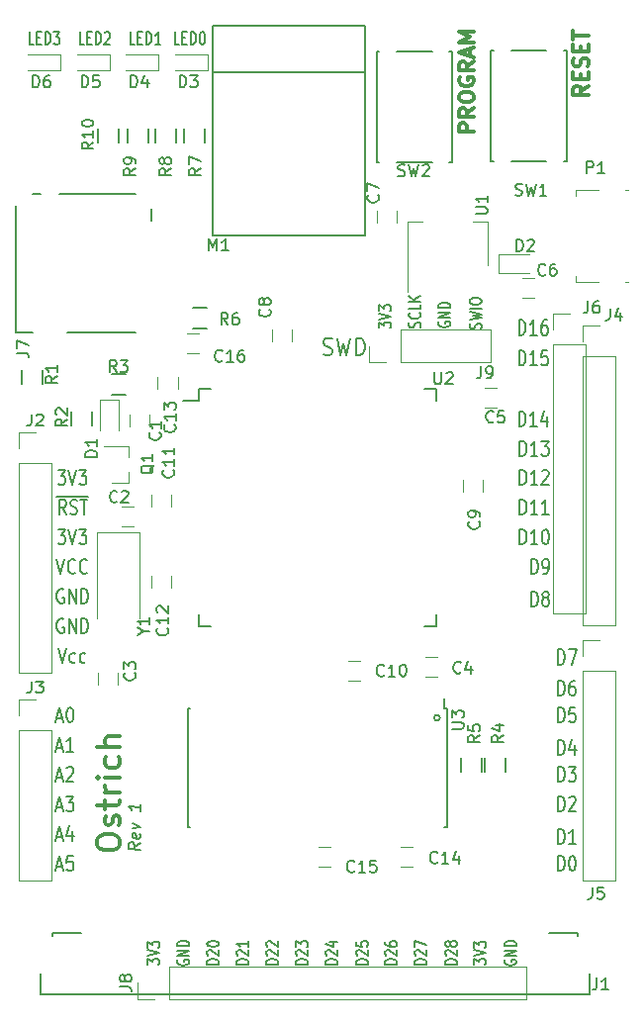
<source format=gto>
G04 #@! TF.FileFunction,Legend,Top*
%FSLAX46Y46*%
G04 Gerber Fmt 4.6, Leading zero omitted, Abs format (unit mm)*
G04 Created by KiCad (PCBNEW 4.0.5-e0-6337~49~ubuntu16.04.1) date Sat Feb 25 14:31:11 2017*
%MOMM*%
%LPD*%
G01*
G04 APERTURE LIST*
%ADD10C,0.100000*%
%ADD11C,0.200000*%
%ADD12C,0.300000*%
%ADD13C,0.120000*%
%ADD14C,0.150000*%
G04 APERTURE END LIST*
D10*
D11*
X124981715Y-88491143D02*
X125167429Y-88562571D01*
X125476953Y-88562571D01*
X125600763Y-88491143D01*
X125662667Y-88419714D01*
X125724572Y-88276857D01*
X125724572Y-88134000D01*
X125662667Y-87991143D01*
X125600763Y-87919714D01*
X125476953Y-87848286D01*
X125229334Y-87776857D01*
X125105525Y-87705429D01*
X125043620Y-87634000D01*
X124981715Y-87491143D01*
X124981715Y-87348286D01*
X125043620Y-87205429D01*
X125105525Y-87134000D01*
X125229334Y-87062571D01*
X125538858Y-87062571D01*
X125724572Y-87134000D01*
X126157905Y-87062571D02*
X126467429Y-88562571D01*
X126715048Y-87491143D01*
X126962667Y-88562571D01*
X127272191Y-87062571D01*
X127767429Y-88562571D02*
X127767429Y-87062571D01*
X128076953Y-87062571D01*
X128262667Y-87134000D01*
X128386476Y-87276857D01*
X128448381Y-87419714D01*
X128510286Y-87705429D01*
X128510286Y-87919714D01*
X128448381Y-88205429D01*
X128386476Y-88348286D01*
X128262667Y-88491143D01*
X128076953Y-88562571D01*
X127767429Y-88562571D01*
X138453762Y-86258238D02*
X138501381Y-86143952D01*
X138501381Y-85953476D01*
X138453762Y-85877286D01*
X138406143Y-85839190D01*
X138310905Y-85801095D01*
X138215667Y-85801095D01*
X138120429Y-85839190D01*
X138072810Y-85877286D01*
X138025190Y-85953476D01*
X137977571Y-86105857D01*
X137929952Y-86182048D01*
X137882333Y-86220143D01*
X137787095Y-86258238D01*
X137691857Y-86258238D01*
X137596619Y-86220143D01*
X137549000Y-86182048D01*
X137501381Y-86105857D01*
X137501381Y-85915381D01*
X137549000Y-85801095D01*
X137501381Y-85534428D02*
X138501381Y-85343952D01*
X137787095Y-85191571D01*
X138501381Y-85039190D01*
X137501381Y-84848714D01*
X138501381Y-84543952D02*
X137501381Y-84543952D01*
X137501381Y-84010619D02*
X137501381Y-83858238D01*
X137549000Y-83782047D01*
X137644238Y-83705857D01*
X137834714Y-83667762D01*
X138168048Y-83667762D01*
X138358524Y-83705857D01*
X138453762Y-83782047D01*
X138501381Y-83858238D01*
X138501381Y-84010619D01*
X138453762Y-84086809D01*
X138358524Y-84163000D01*
X138168048Y-84201095D01*
X137834714Y-84201095D01*
X137644238Y-84163000D01*
X137549000Y-84086809D01*
X137501381Y-84010619D01*
X134882000Y-85699523D02*
X134834381Y-85775714D01*
X134834381Y-85889999D01*
X134882000Y-86004285D01*
X134977238Y-86080476D01*
X135072476Y-86118571D01*
X135262952Y-86156666D01*
X135405810Y-86156666D01*
X135596286Y-86118571D01*
X135691524Y-86080476D01*
X135786762Y-86004285D01*
X135834381Y-85889999D01*
X135834381Y-85813809D01*
X135786762Y-85699523D01*
X135739143Y-85661428D01*
X135405810Y-85661428D01*
X135405810Y-85813809D01*
X135834381Y-85318571D02*
X134834381Y-85318571D01*
X135834381Y-84861428D01*
X134834381Y-84861428D01*
X135834381Y-84480476D02*
X134834381Y-84480476D01*
X134834381Y-84290000D01*
X134882000Y-84175714D01*
X134977238Y-84099523D01*
X135072476Y-84061428D01*
X135262952Y-84023333D01*
X135405810Y-84023333D01*
X135596286Y-84061428D01*
X135691524Y-84099523D01*
X135786762Y-84175714D01*
X135834381Y-84290000D01*
X135834381Y-84480476D01*
X133246762Y-86188381D02*
X133294381Y-86074095D01*
X133294381Y-85883619D01*
X133246762Y-85807429D01*
X133199143Y-85769333D01*
X133103905Y-85731238D01*
X133008667Y-85731238D01*
X132913429Y-85769333D01*
X132865810Y-85807429D01*
X132818190Y-85883619D01*
X132770571Y-86036000D01*
X132722952Y-86112191D01*
X132675333Y-86150286D01*
X132580095Y-86188381D01*
X132484857Y-86188381D01*
X132389619Y-86150286D01*
X132342000Y-86112191D01*
X132294381Y-86036000D01*
X132294381Y-85845524D01*
X132342000Y-85731238D01*
X133199143Y-84931238D02*
X133246762Y-84969333D01*
X133294381Y-85083619D01*
X133294381Y-85159809D01*
X133246762Y-85274095D01*
X133151524Y-85350286D01*
X133056286Y-85388381D01*
X132865810Y-85426476D01*
X132722952Y-85426476D01*
X132532476Y-85388381D01*
X132437238Y-85350286D01*
X132342000Y-85274095D01*
X132294381Y-85159809D01*
X132294381Y-85083619D01*
X132342000Y-84969333D01*
X132389619Y-84931238D01*
X133294381Y-84207428D02*
X133294381Y-84588381D01*
X132294381Y-84588381D01*
X133294381Y-83940762D02*
X132294381Y-83940762D01*
X133294381Y-83483619D02*
X132722952Y-83826476D01*
X132294381Y-83483619D02*
X132865810Y-83940762D01*
X129754381Y-86207476D02*
X129754381Y-85712238D01*
X130135333Y-85978905D01*
X130135333Y-85864619D01*
X130182952Y-85788429D01*
X130230571Y-85750333D01*
X130325810Y-85712238D01*
X130563905Y-85712238D01*
X130659143Y-85750333D01*
X130706762Y-85788429D01*
X130754381Y-85864619D01*
X130754381Y-86093191D01*
X130706762Y-86169381D01*
X130659143Y-86207476D01*
X129754381Y-85483667D02*
X130754381Y-85217000D01*
X129754381Y-84950333D01*
X129754381Y-84759857D02*
X129754381Y-84264619D01*
X130135333Y-84531286D01*
X130135333Y-84417000D01*
X130182952Y-84340810D01*
X130230571Y-84302714D01*
X130325810Y-84264619D01*
X130563905Y-84264619D01*
X130659143Y-84302714D01*
X130706762Y-84340810D01*
X130754381Y-84417000D01*
X130754381Y-84645572D01*
X130706762Y-84721762D01*
X130659143Y-84759857D01*
X140533500Y-140309523D02*
X140485881Y-140385714D01*
X140485881Y-140499999D01*
X140533500Y-140614285D01*
X140628738Y-140690476D01*
X140723976Y-140728571D01*
X140914452Y-140766666D01*
X141057310Y-140766666D01*
X141247786Y-140728571D01*
X141343024Y-140690476D01*
X141438262Y-140614285D01*
X141485881Y-140499999D01*
X141485881Y-140423809D01*
X141438262Y-140309523D01*
X141390643Y-140271428D01*
X141057310Y-140271428D01*
X141057310Y-140423809D01*
X141485881Y-139928571D02*
X140485881Y-139928571D01*
X141485881Y-139471428D01*
X140485881Y-139471428D01*
X141485881Y-139090476D02*
X140485881Y-139090476D01*
X140485881Y-138900000D01*
X140533500Y-138785714D01*
X140628738Y-138709523D01*
X140723976Y-138671428D01*
X140914452Y-138633333D01*
X141057310Y-138633333D01*
X141247786Y-138671428D01*
X141343024Y-138709523D01*
X141438262Y-138785714D01*
X141485881Y-138900000D01*
X141485881Y-139090476D01*
X137882381Y-140690476D02*
X137882381Y-140195238D01*
X138263333Y-140461905D01*
X138263333Y-140347619D01*
X138310952Y-140271429D01*
X138358571Y-140233333D01*
X138453810Y-140195238D01*
X138691905Y-140195238D01*
X138787143Y-140233333D01*
X138834762Y-140271429D01*
X138882381Y-140347619D01*
X138882381Y-140576191D01*
X138834762Y-140652381D01*
X138787143Y-140690476D01*
X137882381Y-139966667D02*
X138882381Y-139700000D01*
X137882381Y-139433333D01*
X137882381Y-139242857D02*
X137882381Y-138747619D01*
X138263333Y-139014286D01*
X138263333Y-138900000D01*
X138310952Y-138823810D01*
X138358571Y-138785714D01*
X138453810Y-138747619D01*
X138691905Y-138747619D01*
X138787143Y-138785714D01*
X138834762Y-138823810D01*
X138882381Y-138900000D01*
X138882381Y-139128572D01*
X138834762Y-139204762D01*
X138787143Y-139242857D01*
X136405881Y-140671429D02*
X135405881Y-140671429D01*
X135405881Y-140480953D01*
X135453500Y-140366667D01*
X135548738Y-140290476D01*
X135643976Y-140252381D01*
X135834452Y-140214286D01*
X135977310Y-140214286D01*
X136167786Y-140252381D01*
X136263024Y-140290476D01*
X136358262Y-140366667D01*
X136405881Y-140480953D01*
X136405881Y-140671429D01*
X135501119Y-139909524D02*
X135453500Y-139871429D01*
X135405881Y-139795238D01*
X135405881Y-139604762D01*
X135453500Y-139528572D01*
X135501119Y-139490476D01*
X135596357Y-139452381D01*
X135691595Y-139452381D01*
X135834452Y-139490476D01*
X136405881Y-139947619D01*
X136405881Y-139452381D01*
X135834452Y-138995238D02*
X135786833Y-139071429D01*
X135739214Y-139109524D01*
X135643976Y-139147619D01*
X135596357Y-139147619D01*
X135501119Y-139109524D01*
X135453500Y-139071429D01*
X135405881Y-138995238D01*
X135405881Y-138842857D01*
X135453500Y-138766667D01*
X135501119Y-138728571D01*
X135596357Y-138690476D01*
X135643976Y-138690476D01*
X135739214Y-138728571D01*
X135786833Y-138766667D01*
X135834452Y-138842857D01*
X135834452Y-138995238D01*
X135882071Y-139071429D01*
X135929690Y-139109524D01*
X136024929Y-139147619D01*
X136215405Y-139147619D01*
X136310643Y-139109524D01*
X136358262Y-139071429D01*
X136405881Y-138995238D01*
X136405881Y-138842857D01*
X136358262Y-138766667D01*
X136310643Y-138728571D01*
X136215405Y-138690476D01*
X136024929Y-138690476D01*
X135929690Y-138728571D01*
X135882071Y-138766667D01*
X135834452Y-138842857D01*
X133802381Y-140671429D02*
X132802381Y-140671429D01*
X132802381Y-140480953D01*
X132850000Y-140366667D01*
X132945238Y-140290476D01*
X133040476Y-140252381D01*
X133230952Y-140214286D01*
X133373810Y-140214286D01*
X133564286Y-140252381D01*
X133659524Y-140290476D01*
X133754762Y-140366667D01*
X133802381Y-140480953D01*
X133802381Y-140671429D01*
X132897619Y-139909524D02*
X132850000Y-139871429D01*
X132802381Y-139795238D01*
X132802381Y-139604762D01*
X132850000Y-139528572D01*
X132897619Y-139490476D01*
X132992857Y-139452381D01*
X133088095Y-139452381D01*
X133230952Y-139490476D01*
X133802381Y-139947619D01*
X133802381Y-139452381D01*
X132802381Y-139185714D02*
X132802381Y-138652381D01*
X133802381Y-138995238D01*
X131262381Y-140671429D02*
X130262381Y-140671429D01*
X130262381Y-140480953D01*
X130310000Y-140366667D01*
X130405238Y-140290476D01*
X130500476Y-140252381D01*
X130690952Y-140214286D01*
X130833810Y-140214286D01*
X131024286Y-140252381D01*
X131119524Y-140290476D01*
X131214762Y-140366667D01*
X131262381Y-140480953D01*
X131262381Y-140671429D01*
X130357619Y-139909524D02*
X130310000Y-139871429D01*
X130262381Y-139795238D01*
X130262381Y-139604762D01*
X130310000Y-139528572D01*
X130357619Y-139490476D01*
X130452857Y-139452381D01*
X130548095Y-139452381D01*
X130690952Y-139490476D01*
X131262381Y-139947619D01*
X131262381Y-139452381D01*
X130262381Y-138766667D02*
X130262381Y-138919048D01*
X130310000Y-138995238D01*
X130357619Y-139033333D01*
X130500476Y-139109524D01*
X130690952Y-139147619D01*
X131071905Y-139147619D01*
X131167143Y-139109524D01*
X131214762Y-139071429D01*
X131262381Y-138995238D01*
X131262381Y-138842857D01*
X131214762Y-138766667D01*
X131167143Y-138728571D01*
X131071905Y-138690476D01*
X130833810Y-138690476D01*
X130738571Y-138728571D01*
X130690952Y-138766667D01*
X130643333Y-138842857D01*
X130643333Y-138995238D01*
X130690952Y-139071429D01*
X130738571Y-139109524D01*
X130833810Y-139147619D01*
X128785881Y-140671429D02*
X127785881Y-140671429D01*
X127785881Y-140480953D01*
X127833500Y-140366667D01*
X127928738Y-140290476D01*
X128023976Y-140252381D01*
X128214452Y-140214286D01*
X128357310Y-140214286D01*
X128547786Y-140252381D01*
X128643024Y-140290476D01*
X128738262Y-140366667D01*
X128785881Y-140480953D01*
X128785881Y-140671429D01*
X127881119Y-139909524D02*
X127833500Y-139871429D01*
X127785881Y-139795238D01*
X127785881Y-139604762D01*
X127833500Y-139528572D01*
X127881119Y-139490476D01*
X127976357Y-139452381D01*
X128071595Y-139452381D01*
X128214452Y-139490476D01*
X128785881Y-139947619D01*
X128785881Y-139452381D01*
X127785881Y-138728571D02*
X127785881Y-139109524D01*
X128262071Y-139147619D01*
X128214452Y-139109524D01*
X128166833Y-139033333D01*
X128166833Y-138842857D01*
X128214452Y-138766667D01*
X128262071Y-138728571D01*
X128357310Y-138690476D01*
X128595405Y-138690476D01*
X128690643Y-138728571D01*
X128738262Y-138766667D01*
X128785881Y-138842857D01*
X128785881Y-139033333D01*
X128738262Y-139109524D01*
X128690643Y-139147619D01*
X126182381Y-140671429D02*
X125182381Y-140671429D01*
X125182381Y-140480953D01*
X125230000Y-140366667D01*
X125325238Y-140290476D01*
X125420476Y-140252381D01*
X125610952Y-140214286D01*
X125753810Y-140214286D01*
X125944286Y-140252381D01*
X126039524Y-140290476D01*
X126134762Y-140366667D01*
X126182381Y-140480953D01*
X126182381Y-140671429D01*
X125277619Y-139909524D02*
X125230000Y-139871429D01*
X125182381Y-139795238D01*
X125182381Y-139604762D01*
X125230000Y-139528572D01*
X125277619Y-139490476D01*
X125372857Y-139452381D01*
X125468095Y-139452381D01*
X125610952Y-139490476D01*
X126182381Y-139947619D01*
X126182381Y-139452381D01*
X125515714Y-138766667D02*
X126182381Y-138766667D01*
X125134762Y-138957143D02*
X125849048Y-139147619D01*
X125849048Y-138652381D01*
X123642381Y-140671429D02*
X122642381Y-140671429D01*
X122642381Y-140480953D01*
X122690000Y-140366667D01*
X122785238Y-140290476D01*
X122880476Y-140252381D01*
X123070952Y-140214286D01*
X123213810Y-140214286D01*
X123404286Y-140252381D01*
X123499524Y-140290476D01*
X123594762Y-140366667D01*
X123642381Y-140480953D01*
X123642381Y-140671429D01*
X122737619Y-139909524D02*
X122690000Y-139871429D01*
X122642381Y-139795238D01*
X122642381Y-139604762D01*
X122690000Y-139528572D01*
X122737619Y-139490476D01*
X122832857Y-139452381D01*
X122928095Y-139452381D01*
X123070952Y-139490476D01*
X123642381Y-139947619D01*
X123642381Y-139452381D01*
X122642381Y-139185714D02*
X122642381Y-138690476D01*
X123023333Y-138957143D01*
X123023333Y-138842857D01*
X123070952Y-138766667D01*
X123118571Y-138728571D01*
X123213810Y-138690476D01*
X123451905Y-138690476D01*
X123547143Y-138728571D01*
X123594762Y-138766667D01*
X123642381Y-138842857D01*
X123642381Y-139071429D01*
X123594762Y-139147619D01*
X123547143Y-139185714D01*
X121102381Y-140671429D02*
X120102381Y-140671429D01*
X120102381Y-140480953D01*
X120150000Y-140366667D01*
X120245238Y-140290476D01*
X120340476Y-140252381D01*
X120530952Y-140214286D01*
X120673810Y-140214286D01*
X120864286Y-140252381D01*
X120959524Y-140290476D01*
X121054762Y-140366667D01*
X121102381Y-140480953D01*
X121102381Y-140671429D01*
X120197619Y-139909524D02*
X120150000Y-139871429D01*
X120102381Y-139795238D01*
X120102381Y-139604762D01*
X120150000Y-139528572D01*
X120197619Y-139490476D01*
X120292857Y-139452381D01*
X120388095Y-139452381D01*
X120530952Y-139490476D01*
X121102381Y-139947619D01*
X121102381Y-139452381D01*
X120197619Y-139147619D02*
X120150000Y-139109524D01*
X120102381Y-139033333D01*
X120102381Y-138842857D01*
X120150000Y-138766667D01*
X120197619Y-138728571D01*
X120292857Y-138690476D01*
X120388095Y-138690476D01*
X120530952Y-138728571D01*
X121102381Y-139185714D01*
X121102381Y-138690476D01*
X118562381Y-140671429D02*
X117562381Y-140671429D01*
X117562381Y-140480953D01*
X117610000Y-140366667D01*
X117705238Y-140290476D01*
X117800476Y-140252381D01*
X117990952Y-140214286D01*
X118133810Y-140214286D01*
X118324286Y-140252381D01*
X118419524Y-140290476D01*
X118514762Y-140366667D01*
X118562381Y-140480953D01*
X118562381Y-140671429D01*
X117657619Y-139909524D02*
X117610000Y-139871429D01*
X117562381Y-139795238D01*
X117562381Y-139604762D01*
X117610000Y-139528572D01*
X117657619Y-139490476D01*
X117752857Y-139452381D01*
X117848095Y-139452381D01*
X117990952Y-139490476D01*
X118562381Y-139947619D01*
X118562381Y-139452381D01*
X118562381Y-138690476D02*
X118562381Y-139147619D01*
X118562381Y-138919048D02*
X117562381Y-138919048D01*
X117705238Y-138995238D01*
X117800476Y-139071429D01*
X117848095Y-139147619D01*
X116022381Y-140671429D02*
X115022381Y-140671429D01*
X115022381Y-140480953D01*
X115070000Y-140366667D01*
X115165238Y-140290476D01*
X115260476Y-140252381D01*
X115450952Y-140214286D01*
X115593810Y-140214286D01*
X115784286Y-140252381D01*
X115879524Y-140290476D01*
X115974762Y-140366667D01*
X116022381Y-140480953D01*
X116022381Y-140671429D01*
X115117619Y-139909524D02*
X115070000Y-139871429D01*
X115022381Y-139795238D01*
X115022381Y-139604762D01*
X115070000Y-139528572D01*
X115117619Y-139490476D01*
X115212857Y-139452381D01*
X115308095Y-139452381D01*
X115450952Y-139490476D01*
X116022381Y-139947619D01*
X116022381Y-139452381D01*
X115022381Y-138957143D02*
X115022381Y-138880952D01*
X115070000Y-138804762D01*
X115117619Y-138766667D01*
X115212857Y-138728571D01*
X115403333Y-138690476D01*
X115641429Y-138690476D01*
X115831905Y-138728571D01*
X115927143Y-138766667D01*
X115974762Y-138804762D01*
X116022381Y-138880952D01*
X116022381Y-138957143D01*
X115974762Y-139033333D01*
X115927143Y-139071429D01*
X115831905Y-139109524D01*
X115641429Y-139147619D01*
X115403333Y-139147619D01*
X115212857Y-139109524D01*
X115117619Y-139071429D01*
X115070000Y-139033333D01*
X115022381Y-138957143D01*
X112530000Y-140309523D02*
X112482381Y-140385714D01*
X112482381Y-140499999D01*
X112530000Y-140614285D01*
X112625238Y-140690476D01*
X112720476Y-140728571D01*
X112910952Y-140766666D01*
X113053810Y-140766666D01*
X113244286Y-140728571D01*
X113339524Y-140690476D01*
X113434762Y-140614285D01*
X113482381Y-140499999D01*
X113482381Y-140423809D01*
X113434762Y-140309523D01*
X113387143Y-140271428D01*
X113053810Y-140271428D01*
X113053810Y-140423809D01*
X113482381Y-139928571D02*
X112482381Y-139928571D01*
X113482381Y-139471428D01*
X112482381Y-139471428D01*
X113482381Y-139090476D02*
X112482381Y-139090476D01*
X112482381Y-138900000D01*
X112530000Y-138785714D01*
X112625238Y-138709523D01*
X112720476Y-138671428D01*
X112910952Y-138633333D01*
X113053810Y-138633333D01*
X113244286Y-138671428D01*
X113339524Y-138709523D01*
X113434762Y-138785714D01*
X113482381Y-138900000D01*
X113482381Y-139090476D01*
X141724214Y-86821095D02*
X141724214Y-85521095D01*
X141962309Y-85521095D01*
X142105167Y-85583000D01*
X142200405Y-85706810D01*
X142248024Y-85830619D01*
X142295643Y-86078238D01*
X142295643Y-86263952D01*
X142248024Y-86511571D01*
X142200405Y-86635381D01*
X142105167Y-86759190D01*
X141962309Y-86821095D01*
X141724214Y-86821095D01*
X143248024Y-86821095D02*
X142676595Y-86821095D01*
X142962309Y-86821095D02*
X142962309Y-85521095D01*
X142867071Y-85706810D01*
X142771833Y-85830619D01*
X142676595Y-85892524D01*
X144105167Y-85521095D02*
X143914690Y-85521095D01*
X143819452Y-85583000D01*
X143771833Y-85644905D01*
X143676595Y-85830619D01*
X143628976Y-86078238D01*
X143628976Y-86573476D01*
X143676595Y-86697286D01*
X143724214Y-86759190D01*
X143819452Y-86821095D01*
X144009929Y-86821095D01*
X144105167Y-86759190D01*
X144152786Y-86697286D01*
X144200405Y-86573476D01*
X144200405Y-86263952D01*
X144152786Y-86140143D01*
X144105167Y-86078238D01*
X144009929Y-86016333D01*
X143819452Y-86016333D01*
X143724214Y-86078238D01*
X143676595Y-86140143D01*
X143628976Y-86263952D01*
X141724214Y-89424595D02*
X141724214Y-88124595D01*
X141962309Y-88124595D01*
X142105167Y-88186500D01*
X142200405Y-88310310D01*
X142248024Y-88434119D01*
X142295643Y-88681738D01*
X142295643Y-88867452D01*
X142248024Y-89115071D01*
X142200405Y-89238881D01*
X142105167Y-89362690D01*
X141962309Y-89424595D01*
X141724214Y-89424595D01*
X143248024Y-89424595D02*
X142676595Y-89424595D01*
X142962309Y-89424595D02*
X142962309Y-88124595D01*
X142867071Y-88310310D01*
X142771833Y-88434119D01*
X142676595Y-88496024D01*
X144152786Y-88124595D02*
X143676595Y-88124595D01*
X143628976Y-88743643D01*
X143676595Y-88681738D01*
X143771833Y-88619833D01*
X144009929Y-88619833D01*
X144105167Y-88681738D01*
X144152786Y-88743643D01*
X144200405Y-88867452D01*
X144200405Y-89176976D01*
X144152786Y-89300786D01*
X144105167Y-89362690D01*
X144009929Y-89424595D01*
X143771833Y-89424595D01*
X143676595Y-89362690D01*
X143628976Y-89300786D01*
X141724214Y-94631595D02*
X141724214Y-93331595D01*
X141962309Y-93331595D01*
X142105167Y-93393500D01*
X142200405Y-93517310D01*
X142248024Y-93641119D01*
X142295643Y-93888738D01*
X142295643Y-94074452D01*
X142248024Y-94322071D01*
X142200405Y-94445881D01*
X142105167Y-94569690D01*
X141962309Y-94631595D01*
X141724214Y-94631595D01*
X143248024Y-94631595D02*
X142676595Y-94631595D01*
X142962309Y-94631595D02*
X142962309Y-93331595D01*
X142867071Y-93517310D01*
X142771833Y-93641119D01*
X142676595Y-93703024D01*
X144105167Y-93764929D02*
X144105167Y-94631595D01*
X143867071Y-93269690D02*
X143628976Y-94198262D01*
X144248024Y-94198262D01*
X141787714Y-97171595D02*
X141787714Y-95871595D01*
X142025809Y-95871595D01*
X142168667Y-95933500D01*
X142263905Y-96057310D01*
X142311524Y-96181119D01*
X142359143Y-96428738D01*
X142359143Y-96614452D01*
X142311524Y-96862071D01*
X142263905Y-96985881D01*
X142168667Y-97109690D01*
X142025809Y-97171595D01*
X141787714Y-97171595D01*
X143311524Y-97171595D02*
X142740095Y-97171595D01*
X143025809Y-97171595D02*
X143025809Y-95871595D01*
X142930571Y-96057310D01*
X142835333Y-96181119D01*
X142740095Y-96243024D01*
X143644857Y-95871595D02*
X144263905Y-95871595D01*
X143930571Y-96366833D01*
X144073429Y-96366833D01*
X144168667Y-96428738D01*
X144216286Y-96490643D01*
X144263905Y-96614452D01*
X144263905Y-96923976D01*
X144216286Y-97047786D01*
X144168667Y-97109690D01*
X144073429Y-97171595D01*
X143787714Y-97171595D01*
X143692476Y-97109690D01*
X143644857Y-97047786D01*
X141787714Y-99648095D02*
X141787714Y-98348095D01*
X142025809Y-98348095D01*
X142168667Y-98410000D01*
X142263905Y-98533810D01*
X142311524Y-98657619D01*
X142359143Y-98905238D01*
X142359143Y-99090952D01*
X142311524Y-99338571D01*
X142263905Y-99462381D01*
X142168667Y-99586190D01*
X142025809Y-99648095D01*
X141787714Y-99648095D01*
X143311524Y-99648095D02*
X142740095Y-99648095D01*
X143025809Y-99648095D02*
X143025809Y-98348095D01*
X142930571Y-98533810D01*
X142835333Y-98657619D01*
X142740095Y-98719524D01*
X143692476Y-98471905D02*
X143740095Y-98410000D01*
X143835333Y-98348095D01*
X144073429Y-98348095D01*
X144168667Y-98410000D01*
X144216286Y-98471905D01*
X144263905Y-98595714D01*
X144263905Y-98719524D01*
X144216286Y-98905238D01*
X143644857Y-99648095D01*
X144263905Y-99648095D01*
X141787714Y-102188095D02*
X141787714Y-100888095D01*
X142025809Y-100888095D01*
X142168667Y-100950000D01*
X142263905Y-101073810D01*
X142311524Y-101197619D01*
X142359143Y-101445238D01*
X142359143Y-101630952D01*
X142311524Y-101878571D01*
X142263905Y-102002381D01*
X142168667Y-102126190D01*
X142025809Y-102188095D01*
X141787714Y-102188095D01*
X143311524Y-102188095D02*
X142740095Y-102188095D01*
X143025809Y-102188095D02*
X143025809Y-100888095D01*
X142930571Y-101073810D01*
X142835333Y-101197619D01*
X142740095Y-101259524D01*
X144263905Y-102188095D02*
X143692476Y-102188095D01*
X143978190Y-102188095D02*
X143978190Y-100888095D01*
X143882952Y-101073810D01*
X143787714Y-101197619D01*
X143692476Y-101259524D01*
X141787714Y-104728095D02*
X141787714Y-103428095D01*
X142025809Y-103428095D01*
X142168667Y-103490000D01*
X142263905Y-103613810D01*
X142311524Y-103737619D01*
X142359143Y-103985238D01*
X142359143Y-104170952D01*
X142311524Y-104418571D01*
X142263905Y-104542381D01*
X142168667Y-104666190D01*
X142025809Y-104728095D01*
X141787714Y-104728095D01*
X143311524Y-104728095D02*
X142740095Y-104728095D01*
X143025809Y-104728095D02*
X143025809Y-103428095D01*
X142930571Y-103613810D01*
X142835333Y-103737619D01*
X142740095Y-103799524D01*
X143930571Y-103428095D02*
X144025810Y-103428095D01*
X144121048Y-103490000D01*
X144168667Y-103551905D01*
X144216286Y-103675714D01*
X144263905Y-103923333D01*
X144263905Y-104232857D01*
X144216286Y-104480476D01*
X144168667Y-104604286D01*
X144121048Y-104666190D01*
X144025810Y-104728095D01*
X143930571Y-104728095D01*
X143835333Y-104666190D01*
X143787714Y-104604286D01*
X143740095Y-104480476D01*
X143692476Y-104232857D01*
X143692476Y-103923333D01*
X143740095Y-103675714D01*
X143787714Y-103551905D01*
X143835333Y-103490000D01*
X143930571Y-103428095D01*
X142771905Y-107268095D02*
X142771905Y-105968095D01*
X143010000Y-105968095D01*
X143152858Y-106030000D01*
X143248096Y-106153810D01*
X143295715Y-106277619D01*
X143343334Y-106525238D01*
X143343334Y-106710952D01*
X143295715Y-106958571D01*
X143248096Y-107082381D01*
X143152858Y-107206190D01*
X143010000Y-107268095D01*
X142771905Y-107268095D01*
X143819524Y-107268095D02*
X144010000Y-107268095D01*
X144105239Y-107206190D01*
X144152858Y-107144286D01*
X144248096Y-106958571D01*
X144295715Y-106710952D01*
X144295715Y-106215714D01*
X144248096Y-106091905D01*
X144200477Y-106030000D01*
X144105239Y-105968095D01*
X143914762Y-105968095D01*
X143819524Y-106030000D01*
X143771905Y-106091905D01*
X143724286Y-106215714D01*
X143724286Y-106525238D01*
X143771905Y-106649048D01*
X143819524Y-106710952D01*
X143914762Y-106772857D01*
X144105239Y-106772857D01*
X144200477Y-106710952D01*
X144248096Y-106649048D01*
X144295715Y-106525238D01*
X142771905Y-110062095D02*
X142771905Y-108762095D01*
X143010000Y-108762095D01*
X143152858Y-108824000D01*
X143248096Y-108947810D01*
X143295715Y-109071619D01*
X143343334Y-109319238D01*
X143343334Y-109504952D01*
X143295715Y-109752571D01*
X143248096Y-109876381D01*
X143152858Y-110000190D01*
X143010000Y-110062095D01*
X142771905Y-110062095D01*
X143914762Y-109319238D02*
X143819524Y-109257333D01*
X143771905Y-109195429D01*
X143724286Y-109071619D01*
X143724286Y-109009714D01*
X143771905Y-108885905D01*
X143819524Y-108824000D01*
X143914762Y-108762095D01*
X144105239Y-108762095D01*
X144200477Y-108824000D01*
X144248096Y-108885905D01*
X144295715Y-109009714D01*
X144295715Y-109071619D01*
X144248096Y-109195429D01*
X144200477Y-109257333D01*
X144105239Y-109319238D01*
X143914762Y-109319238D01*
X143819524Y-109381143D01*
X143771905Y-109443048D01*
X143724286Y-109566857D01*
X143724286Y-109814476D01*
X143771905Y-109938286D01*
X143819524Y-110000190D01*
X143914762Y-110062095D01*
X144105239Y-110062095D01*
X144200477Y-110000190D01*
X144248096Y-109938286D01*
X144295715Y-109814476D01*
X144295715Y-109566857D01*
X144248096Y-109443048D01*
X144200477Y-109381143D01*
X144105239Y-109319238D01*
X145057905Y-115015095D02*
X145057905Y-113715095D01*
X145296000Y-113715095D01*
X145438858Y-113777000D01*
X145534096Y-113900810D01*
X145581715Y-114024619D01*
X145629334Y-114272238D01*
X145629334Y-114457952D01*
X145581715Y-114705571D01*
X145534096Y-114829381D01*
X145438858Y-114953190D01*
X145296000Y-115015095D01*
X145057905Y-115015095D01*
X145962667Y-113715095D02*
X146629334Y-113715095D01*
X146200762Y-115015095D01*
X145057905Y-117682095D02*
X145057905Y-116382095D01*
X145296000Y-116382095D01*
X145438858Y-116444000D01*
X145534096Y-116567810D01*
X145581715Y-116691619D01*
X145629334Y-116939238D01*
X145629334Y-117124952D01*
X145581715Y-117372571D01*
X145534096Y-117496381D01*
X145438858Y-117620190D01*
X145296000Y-117682095D01*
X145057905Y-117682095D01*
X146486477Y-116382095D02*
X146296000Y-116382095D01*
X146200762Y-116444000D01*
X146153143Y-116505905D01*
X146057905Y-116691619D01*
X146010286Y-116939238D01*
X146010286Y-117434476D01*
X146057905Y-117558286D01*
X146105524Y-117620190D01*
X146200762Y-117682095D01*
X146391239Y-117682095D01*
X146486477Y-117620190D01*
X146534096Y-117558286D01*
X146581715Y-117434476D01*
X146581715Y-117124952D01*
X146534096Y-117001143D01*
X146486477Y-116939238D01*
X146391239Y-116877333D01*
X146200762Y-116877333D01*
X146105524Y-116939238D01*
X146057905Y-117001143D01*
X146010286Y-117124952D01*
X145057905Y-119968095D02*
X145057905Y-118668095D01*
X145296000Y-118668095D01*
X145438858Y-118730000D01*
X145534096Y-118853810D01*
X145581715Y-118977619D01*
X145629334Y-119225238D01*
X145629334Y-119410952D01*
X145581715Y-119658571D01*
X145534096Y-119782381D01*
X145438858Y-119906190D01*
X145296000Y-119968095D01*
X145057905Y-119968095D01*
X146534096Y-118668095D02*
X146057905Y-118668095D01*
X146010286Y-119287143D01*
X146057905Y-119225238D01*
X146153143Y-119163333D01*
X146391239Y-119163333D01*
X146486477Y-119225238D01*
X146534096Y-119287143D01*
X146581715Y-119410952D01*
X146581715Y-119720476D01*
X146534096Y-119844286D01*
X146486477Y-119906190D01*
X146391239Y-119968095D01*
X146153143Y-119968095D01*
X146057905Y-119906190D01*
X146010286Y-119844286D01*
X145057905Y-122762095D02*
X145057905Y-121462095D01*
X145296000Y-121462095D01*
X145438858Y-121524000D01*
X145534096Y-121647810D01*
X145581715Y-121771619D01*
X145629334Y-122019238D01*
X145629334Y-122204952D01*
X145581715Y-122452571D01*
X145534096Y-122576381D01*
X145438858Y-122700190D01*
X145296000Y-122762095D01*
X145057905Y-122762095D01*
X146486477Y-121895429D02*
X146486477Y-122762095D01*
X146248381Y-121400190D02*
X146010286Y-122328762D01*
X146629334Y-122328762D01*
X145057905Y-125048095D02*
X145057905Y-123748095D01*
X145296000Y-123748095D01*
X145438858Y-123810000D01*
X145534096Y-123933810D01*
X145581715Y-124057619D01*
X145629334Y-124305238D01*
X145629334Y-124490952D01*
X145581715Y-124738571D01*
X145534096Y-124862381D01*
X145438858Y-124986190D01*
X145296000Y-125048095D01*
X145057905Y-125048095D01*
X145962667Y-123748095D02*
X146581715Y-123748095D01*
X146248381Y-124243333D01*
X146391239Y-124243333D01*
X146486477Y-124305238D01*
X146534096Y-124367143D01*
X146581715Y-124490952D01*
X146581715Y-124800476D01*
X146534096Y-124924286D01*
X146486477Y-124986190D01*
X146391239Y-125048095D01*
X146105524Y-125048095D01*
X146010286Y-124986190D01*
X145962667Y-124924286D01*
X145057905Y-127588095D02*
X145057905Y-126288095D01*
X145296000Y-126288095D01*
X145438858Y-126350000D01*
X145534096Y-126473810D01*
X145581715Y-126597619D01*
X145629334Y-126845238D01*
X145629334Y-127030952D01*
X145581715Y-127278571D01*
X145534096Y-127402381D01*
X145438858Y-127526190D01*
X145296000Y-127588095D01*
X145057905Y-127588095D01*
X146010286Y-126411905D02*
X146057905Y-126350000D01*
X146153143Y-126288095D01*
X146391239Y-126288095D01*
X146486477Y-126350000D01*
X146534096Y-126411905D01*
X146581715Y-126535714D01*
X146581715Y-126659524D01*
X146534096Y-126845238D01*
X145962667Y-127588095D01*
X146581715Y-127588095D01*
X145057905Y-130382095D02*
X145057905Y-129082095D01*
X145296000Y-129082095D01*
X145438858Y-129144000D01*
X145534096Y-129267810D01*
X145581715Y-129391619D01*
X145629334Y-129639238D01*
X145629334Y-129824952D01*
X145581715Y-130072571D01*
X145534096Y-130196381D01*
X145438858Y-130320190D01*
X145296000Y-130382095D01*
X145057905Y-130382095D01*
X146581715Y-130382095D02*
X146010286Y-130382095D01*
X146296000Y-130382095D02*
X146296000Y-129082095D01*
X146200762Y-129267810D01*
X146105524Y-129391619D01*
X146010286Y-129453524D01*
X145057905Y-132668095D02*
X145057905Y-131368095D01*
X145296000Y-131368095D01*
X145438858Y-131430000D01*
X145534096Y-131553810D01*
X145581715Y-131677619D01*
X145629334Y-131925238D01*
X145629334Y-132110952D01*
X145581715Y-132358571D01*
X145534096Y-132482381D01*
X145438858Y-132606190D01*
X145296000Y-132668095D01*
X145057905Y-132668095D01*
X146248381Y-131368095D02*
X146343620Y-131368095D01*
X146438858Y-131430000D01*
X146486477Y-131491905D01*
X146534096Y-131615714D01*
X146581715Y-131863333D01*
X146581715Y-132172857D01*
X146534096Y-132420476D01*
X146486477Y-132544286D01*
X146438858Y-132606190D01*
X146343620Y-132668095D01*
X146248381Y-132668095D01*
X146153143Y-132606190D01*
X146105524Y-132544286D01*
X146057905Y-132420476D01*
X146010286Y-132172857D01*
X146010286Y-131863333D01*
X146057905Y-131615714D01*
X146105524Y-131491905D01*
X146153143Y-131430000D01*
X146248381Y-131368095D01*
X109942381Y-140690476D02*
X109942381Y-140195238D01*
X110323333Y-140461905D01*
X110323333Y-140347619D01*
X110370952Y-140271429D01*
X110418571Y-140233333D01*
X110513810Y-140195238D01*
X110751905Y-140195238D01*
X110847143Y-140233333D01*
X110894762Y-140271429D01*
X110942381Y-140347619D01*
X110942381Y-140576191D01*
X110894762Y-140652381D01*
X110847143Y-140690476D01*
X109942381Y-139966667D02*
X110942381Y-139700000D01*
X109942381Y-139433333D01*
X109942381Y-139242857D02*
X109942381Y-138747619D01*
X110323333Y-139014286D01*
X110323333Y-138900000D01*
X110370952Y-138823810D01*
X110418571Y-138785714D01*
X110513810Y-138747619D01*
X110751905Y-138747619D01*
X110847143Y-138785714D01*
X110894762Y-138823810D01*
X110942381Y-138900000D01*
X110942381Y-139128572D01*
X110894762Y-139204762D01*
X110847143Y-139242857D01*
X109291381Y-130318691D02*
X108815190Y-130592501D01*
X109291381Y-130890120D02*
X108291381Y-130765120D01*
X108291381Y-130384167D01*
X108339000Y-130294881D01*
X108386619Y-130253214D01*
X108481857Y-130217500D01*
X108624714Y-130235357D01*
X108719952Y-130294881D01*
X108767571Y-130348452D01*
X108815190Y-130449643D01*
X108815190Y-130830596D01*
X109243762Y-129503214D02*
X109291381Y-129604405D01*
X109291381Y-129794882D01*
X109243762Y-129884167D01*
X109148524Y-129919881D01*
X108767571Y-129872262D01*
X108672333Y-129812739D01*
X108624714Y-129711548D01*
X108624714Y-129521071D01*
X108672333Y-129431786D01*
X108767571Y-129396071D01*
X108862810Y-129407976D01*
X108958048Y-129896072D01*
X108624714Y-129044881D02*
X109291381Y-128890120D01*
X108624714Y-128568690D01*
X109291381Y-126985357D02*
X109291381Y-127556786D01*
X109291381Y-127271072D02*
X108291381Y-127146072D01*
X108434238Y-127259167D01*
X108529476Y-127366309D01*
X108577095Y-127467500D01*
D12*
X105584762Y-130412571D02*
X105584762Y-130031619D01*
X105680000Y-129841143D01*
X105870476Y-129650666D01*
X106251429Y-129555428D01*
X106918095Y-129555428D01*
X107299048Y-129650666D01*
X107489524Y-129841143D01*
X107584762Y-130031619D01*
X107584762Y-130412571D01*
X107489524Y-130603047D01*
X107299048Y-130793524D01*
X106918095Y-130888762D01*
X106251429Y-130888762D01*
X105870476Y-130793524D01*
X105680000Y-130603047D01*
X105584762Y-130412571D01*
X107489524Y-128793524D02*
X107584762Y-128603047D01*
X107584762Y-128222095D01*
X107489524Y-128031619D01*
X107299048Y-127936381D01*
X107203810Y-127936381D01*
X107013333Y-128031619D01*
X106918095Y-128222095D01*
X106918095Y-128507809D01*
X106822857Y-128698286D01*
X106632381Y-128793524D01*
X106537143Y-128793524D01*
X106346667Y-128698286D01*
X106251429Y-128507809D01*
X106251429Y-128222095D01*
X106346667Y-128031619D01*
X106251429Y-127364952D02*
X106251429Y-126603047D01*
X105584762Y-127079238D02*
X107299048Y-127079238D01*
X107489524Y-126983999D01*
X107584762Y-126793523D01*
X107584762Y-126603047D01*
X107584762Y-125936381D02*
X106251429Y-125936381D01*
X106632381Y-125936381D02*
X106441905Y-125841142D01*
X106346667Y-125745904D01*
X106251429Y-125555428D01*
X106251429Y-125364952D01*
X107584762Y-124698286D02*
X106251429Y-124698286D01*
X105584762Y-124698286D02*
X105680000Y-124793524D01*
X105775238Y-124698286D01*
X105680000Y-124603047D01*
X105584762Y-124698286D01*
X105775238Y-124698286D01*
X107489524Y-122888762D02*
X107584762Y-123079238D01*
X107584762Y-123460190D01*
X107489524Y-123650666D01*
X107394286Y-123745905D01*
X107203810Y-123841143D01*
X106632381Y-123841143D01*
X106441905Y-123745905D01*
X106346667Y-123650666D01*
X106251429Y-123460190D01*
X106251429Y-123079238D01*
X106346667Y-122888762D01*
X107584762Y-122031619D02*
X105584762Y-122031619D01*
X107584762Y-121174476D02*
X106537143Y-121174476D01*
X106346667Y-121269714D01*
X106251429Y-121460190D01*
X106251429Y-121745904D01*
X106346667Y-121936380D01*
X106441905Y-122031619D01*
D11*
X100196762Y-61965619D02*
X99815809Y-61965619D01*
X99815809Y-60865619D01*
X100463428Y-61389429D02*
X100730095Y-61389429D01*
X100844381Y-61965619D02*
X100463428Y-61965619D01*
X100463428Y-60865619D01*
X100844381Y-60865619D01*
X101187238Y-61965619D02*
X101187238Y-60865619D01*
X101377714Y-60865619D01*
X101492000Y-60918000D01*
X101568191Y-61022762D01*
X101606286Y-61127524D01*
X101644381Y-61337048D01*
X101644381Y-61494190D01*
X101606286Y-61703714D01*
X101568191Y-61808476D01*
X101492000Y-61913238D01*
X101377714Y-61965619D01*
X101187238Y-61965619D01*
X101911048Y-60865619D02*
X102406286Y-60865619D01*
X102139619Y-61284667D01*
X102253905Y-61284667D01*
X102330095Y-61337048D01*
X102368191Y-61389429D01*
X102406286Y-61494190D01*
X102406286Y-61756095D01*
X102368191Y-61860857D01*
X102330095Y-61913238D01*
X102253905Y-61965619D01*
X102025333Y-61965619D01*
X101949143Y-61913238D01*
X101911048Y-61860857D01*
X104514762Y-61965619D02*
X104133809Y-61965619D01*
X104133809Y-60865619D01*
X104781428Y-61389429D02*
X105048095Y-61389429D01*
X105162381Y-61965619D02*
X104781428Y-61965619D01*
X104781428Y-60865619D01*
X105162381Y-60865619D01*
X105505238Y-61965619D02*
X105505238Y-60865619D01*
X105695714Y-60865619D01*
X105810000Y-60918000D01*
X105886191Y-61022762D01*
X105924286Y-61127524D01*
X105962381Y-61337048D01*
X105962381Y-61494190D01*
X105924286Y-61703714D01*
X105886191Y-61808476D01*
X105810000Y-61913238D01*
X105695714Y-61965619D01*
X105505238Y-61965619D01*
X106267143Y-60970381D02*
X106305238Y-60918000D01*
X106381429Y-60865619D01*
X106571905Y-60865619D01*
X106648095Y-60918000D01*
X106686191Y-60970381D01*
X106724286Y-61075143D01*
X106724286Y-61179905D01*
X106686191Y-61337048D01*
X106229048Y-61965619D01*
X106724286Y-61965619D01*
X108832762Y-61965619D02*
X108451809Y-61965619D01*
X108451809Y-60865619D01*
X109099428Y-61389429D02*
X109366095Y-61389429D01*
X109480381Y-61965619D02*
X109099428Y-61965619D01*
X109099428Y-60865619D01*
X109480381Y-60865619D01*
X109823238Y-61965619D02*
X109823238Y-60865619D01*
X110013714Y-60865619D01*
X110128000Y-60918000D01*
X110204191Y-61022762D01*
X110242286Y-61127524D01*
X110280381Y-61337048D01*
X110280381Y-61494190D01*
X110242286Y-61703714D01*
X110204191Y-61808476D01*
X110128000Y-61913238D01*
X110013714Y-61965619D01*
X109823238Y-61965619D01*
X111042286Y-61965619D02*
X110585143Y-61965619D01*
X110813714Y-61965619D02*
X110813714Y-60865619D01*
X110737524Y-61022762D01*
X110661333Y-61127524D01*
X110585143Y-61179905D01*
X112642762Y-61965619D02*
X112261809Y-61965619D01*
X112261809Y-60865619D01*
X112909428Y-61389429D02*
X113176095Y-61389429D01*
X113290381Y-61965619D02*
X112909428Y-61965619D01*
X112909428Y-60865619D01*
X113290381Y-60865619D01*
X113633238Y-61965619D02*
X113633238Y-60865619D01*
X113823714Y-60865619D01*
X113938000Y-60918000D01*
X114014191Y-61022762D01*
X114052286Y-61127524D01*
X114090381Y-61337048D01*
X114090381Y-61494190D01*
X114052286Y-61703714D01*
X114014191Y-61808476D01*
X113938000Y-61913238D01*
X113823714Y-61965619D01*
X113633238Y-61965619D01*
X114585619Y-60865619D02*
X114661810Y-60865619D01*
X114738000Y-60918000D01*
X114776095Y-60970381D01*
X114814191Y-61075143D01*
X114852286Y-61284667D01*
X114852286Y-61546571D01*
X114814191Y-61756095D01*
X114776095Y-61860857D01*
X114738000Y-61913238D01*
X114661810Y-61965619D01*
X114585619Y-61965619D01*
X114509429Y-61913238D01*
X114471333Y-61860857D01*
X114433238Y-61756095D01*
X114395143Y-61546571D01*
X114395143Y-61284667D01*
X114433238Y-61075143D01*
X114471333Y-60970381D01*
X114509429Y-60918000D01*
X114585619Y-60865619D01*
X102155714Y-132296667D02*
X102631905Y-132296667D01*
X102060476Y-132668095D02*
X102393809Y-131368095D01*
X102727143Y-132668095D01*
X103536667Y-131368095D02*
X103060476Y-131368095D01*
X103012857Y-131987143D01*
X103060476Y-131925238D01*
X103155714Y-131863333D01*
X103393810Y-131863333D01*
X103489048Y-131925238D01*
X103536667Y-131987143D01*
X103584286Y-132110952D01*
X103584286Y-132420476D01*
X103536667Y-132544286D01*
X103489048Y-132606190D01*
X103393810Y-132668095D01*
X103155714Y-132668095D01*
X103060476Y-132606190D01*
X103012857Y-132544286D01*
X102155714Y-129756667D02*
X102631905Y-129756667D01*
X102060476Y-130128095D02*
X102393809Y-128828095D01*
X102727143Y-130128095D01*
X103489048Y-129261429D02*
X103489048Y-130128095D01*
X103250952Y-128766190D02*
X103012857Y-129694762D01*
X103631905Y-129694762D01*
X102155714Y-127216667D02*
X102631905Y-127216667D01*
X102060476Y-127588095D02*
X102393809Y-126288095D01*
X102727143Y-127588095D01*
X102965238Y-126288095D02*
X103584286Y-126288095D01*
X103250952Y-126783333D01*
X103393810Y-126783333D01*
X103489048Y-126845238D01*
X103536667Y-126907143D01*
X103584286Y-127030952D01*
X103584286Y-127340476D01*
X103536667Y-127464286D01*
X103489048Y-127526190D01*
X103393810Y-127588095D01*
X103108095Y-127588095D01*
X103012857Y-127526190D01*
X102965238Y-127464286D01*
X102155714Y-124676667D02*
X102631905Y-124676667D01*
X102060476Y-125048095D02*
X102393809Y-123748095D01*
X102727143Y-125048095D01*
X103012857Y-123871905D02*
X103060476Y-123810000D01*
X103155714Y-123748095D01*
X103393810Y-123748095D01*
X103489048Y-123810000D01*
X103536667Y-123871905D01*
X103584286Y-123995714D01*
X103584286Y-124119524D01*
X103536667Y-124305238D01*
X102965238Y-125048095D01*
X103584286Y-125048095D01*
X102155714Y-122136667D02*
X102631905Y-122136667D01*
X102060476Y-122508095D02*
X102393809Y-121208095D01*
X102727143Y-122508095D01*
X103584286Y-122508095D02*
X103012857Y-122508095D01*
X103298571Y-122508095D02*
X103298571Y-121208095D01*
X103203333Y-121393810D01*
X103108095Y-121517619D01*
X103012857Y-121579524D01*
X102155714Y-119596667D02*
X102631905Y-119596667D01*
X102060476Y-119968095D02*
X102393809Y-118668095D01*
X102727143Y-119968095D01*
X103250952Y-118668095D02*
X103346191Y-118668095D01*
X103441429Y-118730000D01*
X103489048Y-118791905D01*
X103536667Y-118915714D01*
X103584286Y-119163333D01*
X103584286Y-119472857D01*
X103536667Y-119720476D01*
X103489048Y-119844286D01*
X103441429Y-119906190D01*
X103346191Y-119968095D01*
X103250952Y-119968095D01*
X103155714Y-119906190D01*
X103108095Y-119844286D01*
X103060476Y-119720476D01*
X103012857Y-119472857D01*
X103012857Y-119163333D01*
X103060476Y-118915714D01*
X103108095Y-118791905D01*
X103155714Y-118730000D01*
X103250952Y-118668095D01*
D12*
X137875095Y-69422428D02*
X136575095Y-69422428D01*
X136575095Y-68927190D01*
X136637000Y-68803381D01*
X136698905Y-68741476D01*
X136822714Y-68679571D01*
X137008429Y-68679571D01*
X137132238Y-68741476D01*
X137194143Y-68803381D01*
X137256048Y-68927190D01*
X137256048Y-69422428D01*
X137875095Y-67379571D02*
X137256048Y-67812904D01*
X137875095Y-68122428D02*
X136575095Y-68122428D01*
X136575095Y-67627190D01*
X136637000Y-67503381D01*
X136698905Y-67441476D01*
X136822714Y-67379571D01*
X137008429Y-67379571D01*
X137132238Y-67441476D01*
X137194143Y-67503381D01*
X137256048Y-67627190D01*
X137256048Y-68122428D01*
X136575095Y-66574809D02*
X136575095Y-66327190D01*
X136637000Y-66203381D01*
X136760810Y-66079571D01*
X137008429Y-66017666D01*
X137441762Y-66017666D01*
X137689381Y-66079571D01*
X137813190Y-66203381D01*
X137875095Y-66327190D01*
X137875095Y-66574809D01*
X137813190Y-66698619D01*
X137689381Y-66822428D01*
X137441762Y-66884333D01*
X137008429Y-66884333D01*
X136760810Y-66822428D01*
X136637000Y-66698619D01*
X136575095Y-66574809D01*
X136637000Y-64779571D02*
X136575095Y-64903380D01*
X136575095Y-65089095D01*
X136637000Y-65274809D01*
X136760810Y-65398618D01*
X136884619Y-65460523D01*
X137132238Y-65522428D01*
X137317952Y-65522428D01*
X137565571Y-65460523D01*
X137689381Y-65398618D01*
X137813190Y-65274809D01*
X137875095Y-65089095D01*
X137875095Y-64965285D01*
X137813190Y-64779571D01*
X137751286Y-64717666D01*
X137317952Y-64717666D01*
X137317952Y-64965285D01*
X137875095Y-63417666D02*
X137256048Y-63850999D01*
X137875095Y-64160523D02*
X136575095Y-64160523D01*
X136575095Y-63665285D01*
X136637000Y-63541476D01*
X136698905Y-63479571D01*
X136822714Y-63417666D01*
X137008429Y-63417666D01*
X137132238Y-63479571D01*
X137194143Y-63541476D01*
X137256048Y-63665285D01*
X137256048Y-64160523D01*
X137503667Y-62922428D02*
X137503667Y-62303380D01*
X137875095Y-63046237D02*
X136575095Y-62612904D01*
X137875095Y-62179571D01*
X137875095Y-61746237D02*
X136575095Y-61746237D01*
X137503667Y-61312904D01*
X136575095Y-60879571D01*
X137875095Y-60879571D01*
X147654095Y-65515094D02*
X147035048Y-65948427D01*
X147654095Y-66257951D02*
X146354095Y-66257951D01*
X146354095Y-65762713D01*
X146416000Y-65638904D01*
X146477905Y-65576999D01*
X146601714Y-65515094D01*
X146787429Y-65515094D01*
X146911238Y-65576999D01*
X146973143Y-65638904D01*
X147035048Y-65762713D01*
X147035048Y-66257951D01*
X146973143Y-64957951D02*
X146973143Y-64524618D01*
X147654095Y-64338904D02*
X147654095Y-64957951D01*
X146354095Y-64957951D01*
X146354095Y-64338904D01*
X147592190Y-63843666D02*
X147654095Y-63657952D01*
X147654095Y-63348428D01*
X147592190Y-63224618D01*
X147530286Y-63162714D01*
X147406476Y-63100809D01*
X147282667Y-63100809D01*
X147158857Y-63162714D01*
X147096952Y-63224618D01*
X147035048Y-63348428D01*
X146973143Y-63596047D01*
X146911238Y-63719856D01*
X146849333Y-63781761D01*
X146725524Y-63843666D01*
X146601714Y-63843666D01*
X146477905Y-63781761D01*
X146416000Y-63719856D01*
X146354095Y-63596047D01*
X146354095Y-63286523D01*
X146416000Y-63100809D01*
X146973143Y-62543666D02*
X146973143Y-62110333D01*
X147654095Y-61924619D02*
X147654095Y-62543666D01*
X146354095Y-62543666D01*
X146354095Y-61924619D01*
X146354095Y-61553190D02*
X146354095Y-60810333D01*
X147654095Y-61181762D02*
X146354095Y-61181762D01*
D11*
X102743096Y-108570000D02*
X102647858Y-108508095D01*
X102505001Y-108508095D01*
X102362143Y-108570000D01*
X102266905Y-108693810D01*
X102219286Y-108817619D01*
X102171667Y-109065238D01*
X102171667Y-109250952D01*
X102219286Y-109498571D01*
X102266905Y-109622381D01*
X102362143Y-109746190D01*
X102505001Y-109808095D01*
X102600239Y-109808095D01*
X102743096Y-109746190D01*
X102790715Y-109684286D01*
X102790715Y-109250952D01*
X102600239Y-109250952D01*
X103219286Y-109808095D02*
X103219286Y-108508095D01*
X103790715Y-109808095D01*
X103790715Y-108508095D01*
X104266905Y-109808095D02*
X104266905Y-108508095D01*
X104505000Y-108508095D01*
X104647858Y-108570000D01*
X104743096Y-108693810D01*
X104790715Y-108817619D01*
X104838334Y-109065238D01*
X104838334Y-109250952D01*
X104790715Y-109498571D01*
X104743096Y-109622381D01*
X104647858Y-109746190D01*
X104505000Y-109808095D01*
X104266905Y-109808095D01*
X102266905Y-98348095D02*
X102885953Y-98348095D01*
X102552619Y-98843333D01*
X102695477Y-98843333D01*
X102790715Y-98905238D01*
X102838334Y-98967143D01*
X102885953Y-99090952D01*
X102885953Y-99400476D01*
X102838334Y-99524286D01*
X102790715Y-99586190D01*
X102695477Y-99648095D01*
X102409762Y-99648095D01*
X102314524Y-99586190D01*
X102266905Y-99524286D01*
X103171667Y-98348095D02*
X103505000Y-99648095D01*
X103838334Y-98348095D01*
X104076429Y-98348095D02*
X104695477Y-98348095D01*
X104362143Y-98843333D01*
X104505001Y-98843333D01*
X104600239Y-98905238D01*
X104647858Y-98967143D01*
X104695477Y-99090952D01*
X104695477Y-99400476D01*
X104647858Y-99524286D01*
X104600239Y-99586190D01*
X104505001Y-99648095D01*
X104219286Y-99648095D01*
X104124048Y-99586190D01*
X104076429Y-99524286D01*
X102957381Y-102188095D02*
X102624047Y-101569048D01*
X102385952Y-102188095D02*
X102385952Y-100888095D01*
X102766905Y-100888095D01*
X102862143Y-100950000D01*
X102909762Y-101011905D01*
X102957381Y-101135714D01*
X102957381Y-101321429D01*
X102909762Y-101445238D01*
X102862143Y-101507143D01*
X102766905Y-101569048D01*
X102385952Y-101569048D01*
X103338333Y-102126190D02*
X103481190Y-102188095D01*
X103719286Y-102188095D01*
X103814524Y-102126190D01*
X103862143Y-102064286D01*
X103909762Y-101940476D01*
X103909762Y-101816667D01*
X103862143Y-101692857D01*
X103814524Y-101630952D01*
X103719286Y-101569048D01*
X103528809Y-101507143D01*
X103433571Y-101445238D01*
X103385952Y-101383333D01*
X103338333Y-101259524D01*
X103338333Y-101135714D01*
X103385952Y-101011905D01*
X103433571Y-100950000D01*
X103528809Y-100888095D01*
X103766905Y-100888095D01*
X103909762Y-100950000D01*
X104195476Y-100888095D02*
X104766905Y-100888095D01*
X104481190Y-102188095D02*
X104481190Y-100888095D01*
X102147857Y-100664000D02*
X104862143Y-100664000D01*
X102266905Y-103428095D02*
X102885953Y-103428095D01*
X102552619Y-103923333D01*
X102695477Y-103923333D01*
X102790715Y-103985238D01*
X102838334Y-104047143D01*
X102885953Y-104170952D01*
X102885953Y-104480476D01*
X102838334Y-104604286D01*
X102790715Y-104666190D01*
X102695477Y-104728095D01*
X102409762Y-104728095D01*
X102314524Y-104666190D01*
X102266905Y-104604286D01*
X103171667Y-103428095D02*
X103505000Y-104728095D01*
X103838334Y-103428095D01*
X104076429Y-103428095D02*
X104695477Y-103428095D01*
X104362143Y-103923333D01*
X104505001Y-103923333D01*
X104600239Y-103985238D01*
X104647858Y-104047143D01*
X104695477Y-104170952D01*
X104695477Y-104480476D01*
X104647858Y-104604286D01*
X104600239Y-104666190D01*
X104505001Y-104728095D01*
X104219286Y-104728095D01*
X104124048Y-104666190D01*
X104076429Y-104604286D01*
X102171667Y-105968095D02*
X102505000Y-107268095D01*
X102838334Y-105968095D01*
X103743096Y-107144286D02*
X103695477Y-107206190D01*
X103552620Y-107268095D01*
X103457382Y-107268095D01*
X103314524Y-107206190D01*
X103219286Y-107082381D01*
X103171667Y-106958571D01*
X103124048Y-106710952D01*
X103124048Y-106525238D01*
X103171667Y-106277619D01*
X103219286Y-106153810D01*
X103314524Y-106030000D01*
X103457382Y-105968095D01*
X103552620Y-105968095D01*
X103695477Y-106030000D01*
X103743096Y-106091905D01*
X104743096Y-107144286D02*
X104695477Y-107206190D01*
X104552620Y-107268095D01*
X104457382Y-107268095D01*
X104314524Y-107206190D01*
X104219286Y-107082381D01*
X104171667Y-106958571D01*
X104124048Y-106710952D01*
X104124048Y-106525238D01*
X104171667Y-106277619D01*
X104219286Y-106153810D01*
X104314524Y-106030000D01*
X104457382Y-105968095D01*
X104552620Y-105968095D01*
X104695477Y-106030000D01*
X104743096Y-106091905D01*
X102743096Y-111110000D02*
X102647858Y-111048095D01*
X102505001Y-111048095D01*
X102362143Y-111110000D01*
X102266905Y-111233810D01*
X102219286Y-111357619D01*
X102171667Y-111605238D01*
X102171667Y-111790952D01*
X102219286Y-112038571D01*
X102266905Y-112162381D01*
X102362143Y-112286190D01*
X102505001Y-112348095D01*
X102600239Y-112348095D01*
X102743096Y-112286190D01*
X102790715Y-112224286D01*
X102790715Y-111790952D01*
X102600239Y-111790952D01*
X103219286Y-112348095D02*
X103219286Y-111048095D01*
X103790715Y-112348095D01*
X103790715Y-111048095D01*
X104266905Y-112348095D02*
X104266905Y-111048095D01*
X104505000Y-111048095D01*
X104647858Y-111110000D01*
X104743096Y-111233810D01*
X104790715Y-111357619D01*
X104838334Y-111605238D01*
X104838334Y-111790952D01*
X104790715Y-112038571D01*
X104743096Y-112162381D01*
X104647858Y-112286190D01*
X104505000Y-112348095D01*
X104266905Y-112348095D01*
X102314524Y-113588095D02*
X102647857Y-114888095D01*
X102981191Y-113588095D01*
X103743096Y-114826190D02*
X103647858Y-114888095D01*
X103457381Y-114888095D01*
X103362143Y-114826190D01*
X103314524Y-114764286D01*
X103266905Y-114640476D01*
X103266905Y-114269048D01*
X103314524Y-114145238D01*
X103362143Y-114083333D01*
X103457381Y-114021429D01*
X103647858Y-114021429D01*
X103743096Y-114083333D01*
X104600239Y-114826190D02*
X104505001Y-114888095D01*
X104314524Y-114888095D01*
X104219286Y-114826190D01*
X104171667Y-114764286D01*
X104124048Y-114640476D01*
X104124048Y-114269048D01*
X104171667Y-114145238D01*
X104219286Y-114083333D01*
X104314524Y-114021429D01*
X104505001Y-114021429D01*
X104600239Y-114083333D01*
D13*
X110070000Y-94607000D02*
X110070000Y-93607000D01*
X108370000Y-93607000D02*
X108370000Y-94607000D01*
X107704000Y-103212000D02*
X108704000Y-103212000D01*
X108704000Y-101512000D02*
X107704000Y-101512000D01*
X107403000Y-116705000D02*
X107403000Y-115705000D01*
X105703000Y-115705000D02*
X105703000Y-116705000D01*
X134739000Y-114339000D02*
X133739000Y-114339000D01*
X133739000Y-116039000D02*
X134739000Y-116039000D01*
X139819000Y-91352000D02*
X138819000Y-91352000D01*
X138819000Y-93052000D02*
X139819000Y-93052000D01*
X142994000Y-81954000D02*
X141994000Y-81954000D01*
X141994000Y-83654000D02*
X142994000Y-83654000D01*
X131279000Y-77208000D02*
X131279000Y-76208000D01*
X129579000Y-76208000D02*
X129579000Y-77208000D01*
X107480000Y-92380000D02*
X105880000Y-92380000D01*
X105880000Y-92380000D02*
X105880000Y-94980000D01*
X107480000Y-92380000D02*
X107480000Y-94980000D01*
X140005000Y-79908500D02*
X140005000Y-81508500D01*
X140005000Y-81508500D02*
X142605000Y-81508500D01*
X140005000Y-79908500D02*
X142605000Y-79908500D01*
X108329000Y-99497000D02*
X108329000Y-98567000D01*
X108329000Y-96337000D02*
X108329000Y-97267000D01*
X108329000Y-96337000D02*
X106169000Y-96337000D01*
X108329000Y-99497000D02*
X106869000Y-99497000D01*
D14*
X114285000Y-91425000D02*
X114285000Y-92400000D01*
X134635000Y-91425000D02*
X134635000Y-92475000D01*
X134635000Y-111775000D02*
X134635000Y-110725000D01*
X114285000Y-111775000D02*
X114285000Y-110725000D01*
X114285000Y-91425000D02*
X115335000Y-91425000D01*
X114285000Y-111775000D02*
X115335000Y-111775000D01*
X134635000Y-111775000D02*
X133585000Y-111775000D01*
X134635000Y-91425000D02*
X133585000Y-91425000D01*
X114285000Y-92400000D02*
X112985000Y-92400000D01*
X103392000Y-94580000D02*
X103392000Y-93380000D01*
X105142000Y-93380000D02*
X105142000Y-94580000D01*
X106842000Y-90184000D02*
X108042000Y-90184000D01*
X108042000Y-91934000D02*
X106842000Y-91934000D01*
X138825000Y-124171000D02*
X138825000Y-122971000D01*
X140575000Y-122971000D02*
X140575000Y-124171000D01*
X136793000Y-124171000D02*
X136793000Y-122971000D01*
X138543000Y-122971000D02*
X138543000Y-124171000D01*
X113360000Y-118745000D02*
X113560000Y-118745000D01*
X113360000Y-128905000D02*
X113560000Y-128905000D01*
X134960000Y-119575000D02*
G75*
G03X134960000Y-119575000I-250000J0D01*
G01*
X135360000Y-118745000D02*
X135360000Y-117925000D01*
X135560000Y-118745000D02*
X135360000Y-118745000D01*
X135560000Y-128905000D02*
X135360000Y-128905000D01*
X113350000Y-128905000D02*
X113350000Y-118745000D01*
X135570000Y-118745000D02*
X135570000Y-128905000D01*
D13*
X109242000Y-111031000D02*
X109242000Y-103706000D01*
X109242000Y-103706000D02*
X105642000Y-103706000D01*
X105642000Y-103706000D02*
X105642000Y-111031000D01*
D14*
X147764000Y-141481500D02*
X147764000Y-143231500D01*
X147764000Y-143231500D02*
X100764000Y-143231500D01*
X100764000Y-143231500D02*
X100764000Y-141481500D01*
X101764000Y-137981500D02*
X104264000Y-137981500D01*
X144264000Y-137981500D02*
X146764000Y-137981500D01*
X146764000Y-137981500D02*
X146764000Y-138231500D01*
X101764000Y-137981500D02*
X101764000Y-138231500D01*
X144065000Y-71973000D02*
X141065000Y-71973000D01*
X145565000Y-62473000D02*
X145815000Y-62473000D01*
X145815000Y-62473000D02*
X145815000Y-71973000D01*
X145815000Y-71973000D02*
X145565000Y-71973000D01*
X141065000Y-62473000D02*
X144065000Y-62473000D01*
X139565000Y-71973000D02*
X139315000Y-71973000D01*
X139315000Y-71973000D02*
X139315000Y-62473000D01*
X139315000Y-62473000D02*
X139565000Y-62473000D01*
X131271000Y-62520000D02*
X134271000Y-62520000D01*
X129771000Y-72020000D02*
X129521000Y-72020000D01*
X129521000Y-72020000D02*
X129521000Y-62520000D01*
X129521000Y-62520000D02*
X129771000Y-62520000D01*
X134271000Y-72020000D02*
X131271000Y-72020000D01*
X135771000Y-62520000D02*
X136021000Y-62520000D01*
X136021000Y-62520000D02*
X136021000Y-72020000D01*
X136021000Y-72020000D02*
X135771000Y-72020000D01*
D13*
X120562000Y-86368000D02*
X120562000Y-87368000D01*
X122262000Y-87368000D02*
X122262000Y-86368000D01*
X138645000Y-100195000D02*
X138645000Y-99195000D01*
X136945000Y-99195000D02*
X136945000Y-100195000D01*
X127135000Y-116420000D02*
X128135000Y-116420000D01*
X128135000Y-114720000D02*
X127135000Y-114720000D01*
X110275000Y-100465000D02*
X110275000Y-101465000D01*
X111975000Y-101465000D02*
X111975000Y-100465000D01*
X110275000Y-107450000D02*
X110275000Y-108450000D01*
X111975000Y-108450000D02*
X111975000Y-107450000D01*
X132580000Y-130595000D02*
X131580000Y-130595000D01*
X131580000Y-132295000D02*
X132580000Y-132295000D01*
X124595000Y-132295000D02*
X125595000Y-132295000D01*
X125595000Y-130595000D02*
X124595000Y-130595000D01*
X146616000Y-74419000D02*
X146616000Y-74929000D01*
X150806000Y-74419000D02*
X151066000Y-74419000D01*
X146616000Y-74419000D02*
X148526000Y-74419000D01*
X146616000Y-82299000D02*
X146616000Y-81789000D01*
X148526000Y-82299000D02*
X146616000Y-82299000D01*
X151066000Y-82299000D02*
X150806000Y-82299000D01*
X112508400Y-91381200D02*
X112508400Y-90381200D01*
X110808400Y-90381200D02*
X110808400Y-91381200D01*
X98940000Y-97790000D02*
X98940000Y-115690000D01*
X98940000Y-115690000D02*
X101720000Y-115690000D01*
X101720000Y-115690000D02*
X101720000Y-97790000D01*
X101720000Y-97790000D02*
X98940000Y-97790000D01*
X98940000Y-96520000D02*
X98940000Y-95130000D01*
X98940000Y-95130000D02*
X100330000Y-95130000D01*
X98940000Y-120650000D02*
X98940000Y-133470000D01*
X98940000Y-133470000D02*
X101720000Y-133470000D01*
X101720000Y-133470000D02*
X101720000Y-120650000D01*
X101720000Y-120650000D02*
X98940000Y-120650000D01*
X98940000Y-119380000D02*
X98940000Y-117990000D01*
X98940000Y-117990000D02*
X100330000Y-117990000D01*
X147200000Y-115570000D02*
X147200000Y-133470000D01*
X147200000Y-133470000D02*
X149980000Y-133470000D01*
X149980000Y-133470000D02*
X149980000Y-115570000D01*
X149980000Y-115570000D02*
X147200000Y-115570000D01*
X147200000Y-114300000D02*
X147200000Y-112910000D01*
X147200000Y-112910000D02*
X148590000Y-112910000D01*
X147200000Y-88646000D02*
X147200000Y-111626000D01*
X147200000Y-111626000D02*
X149980000Y-111626000D01*
X149980000Y-111626000D02*
X149980000Y-88646000D01*
X149980000Y-88646000D02*
X147200000Y-88646000D01*
X147200000Y-87376000D02*
X147200000Y-85986000D01*
X147200000Y-85986000D02*
X148590000Y-85986000D01*
X144660000Y-87630000D02*
X144660000Y-110610000D01*
X144660000Y-110610000D02*
X147440000Y-110610000D01*
X147440000Y-110610000D02*
X147440000Y-87630000D01*
X147440000Y-87630000D02*
X144660000Y-87630000D01*
X144660000Y-86360000D02*
X144660000Y-84970000D01*
X144660000Y-84970000D02*
X146050000Y-84970000D01*
X139046000Y-77084000D02*
X137786000Y-77084000D01*
X132226000Y-77084000D02*
X133486000Y-77084000D01*
X139046000Y-80844000D02*
X139046000Y-77084000D01*
X132226000Y-83094000D02*
X132226000Y-77084000D01*
D14*
X115547000Y-64325000D02*
X128547000Y-64325000D01*
X115547000Y-60325000D02*
X128547000Y-60325000D01*
X128547000Y-60325000D02*
X128547000Y-78325000D01*
X128547000Y-78325000D02*
X115547000Y-78325000D01*
X115547000Y-78325000D02*
X115547000Y-60325000D01*
X100951000Y-89824000D02*
X100951000Y-91024000D01*
X99201000Y-91024000D02*
X99201000Y-89824000D01*
X98693000Y-75717000D02*
X98693000Y-86617000D01*
X98693000Y-86617000D02*
X100093000Y-86617000D01*
X100793000Y-74717000D02*
X100093000Y-74717000D01*
X102393000Y-74717000D02*
X108893000Y-74717000D01*
X110293000Y-76017000D02*
X110293000Y-77017000D01*
X103093000Y-86617000D02*
X108893000Y-86617000D01*
D13*
X114292000Y-86653000D02*
X113292000Y-86653000D01*
X113292000Y-88353000D02*
X114292000Y-88353000D01*
D14*
X113827000Y-84469000D02*
X115027000Y-84469000D01*
X115027000Y-86219000D02*
X113827000Y-86219000D01*
D13*
X115084000Y-64200000D02*
X115084000Y-62800000D01*
X115084000Y-62800000D02*
X112284000Y-62800000D01*
X115084000Y-64200000D02*
X112284000Y-64200000D01*
X110893000Y-64200000D02*
X110893000Y-62800000D01*
X110893000Y-62800000D02*
X108093000Y-62800000D01*
X110893000Y-64200000D02*
X108093000Y-64200000D01*
X106702000Y-64200000D02*
X106702000Y-62800000D01*
X106702000Y-62800000D02*
X103902000Y-62800000D01*
X106702000Y-64200000D02*
X103902000Y-64200000D01*
X102511000Y-64200000D02*
X102511000Y-62800000D01*
X102511000Y-62800000D02*
X99711000Y-62800000D01*
X102511000Y-64200000D02*
X99711000Y-64200000D01*
D14*
X114794000Y-69123000D02*
X114794000Y-70323000D01*
X113044000Y-70323000D02*
X113044000Y-69123000D01*
X112381000Y-69123000D02*
X112381000Y-70323000D01*
X110631000Y-70323000D02*
X110631000Y-69123000D01*
X109968000Y-69123000D02*
X109968000Y-70323000D01*
X108218000Y-70323000D02*
X108218000Y-69123000D01*
X107428000Y-69123000D02*
X107428000Y-70323000D01*
X105678000Y-70323000D02*
X105678000Y-69123000D01*
D13*
X111760000Y-143630000D02*
X142360000Y-143630000D01*
X142360000Y-143630000D02*
X142360000Y-140850000D01*
X142360000Y-140850000D02*
X111760000Y-140850000D01*
X111760000Y-140850000D02*
X111760000Y-143630000D01*
X110490000Y-143630000D02*
X109100000Y-143630000D01*
X109100000Y-143630000D02*
X109100000Y-142240000D01*
X131572000Y-89147000D02*
X139312000Y-89147000D01*
X139312000Y-89147000D02*
X139312000Y-86367000D01*
X139312000Y-86367000D02*
X131572000Y-86367000D01*
X131572000Y-86367000D02*
X131572000Y-89147000D01*
X130302000Y-89147000D02*
X128912000Y-89147000D01*
X128912000Y-89147000D02*
X128912000Y-87757000D01*
D14*
X110974143Y-95162666D02*
X111021762Y-95210285D01*
X111069381Y-95353142D01*
X111069381Y-95448380D01*
X111021762Y-95591238D01*
X110926524Y-95686476D01*
X110831286Y-95734095D01*
X110640810Y-95781714D01*
X110497952Y-95781714D01*
X110307476Y-95734095D01*
X110212238Y-95686476D01*
X110117000Y-95591238D01*
X110069381Y-95448380D01*
X110069381Y-95353142D01*
X110117000Y-95210285D01*
X110164619Y-95162666D01*
X111069381Y-94210285D02*
X111069381Y-94781714D01*
X111069381Y-94496000D02*
X110069381Y-94496000D01*
X110212238Y-94591238D01*
X110307476Y-94686476D01*
X110355095Y-94781714D01*
X107326134Y-101042743D02*
X107278515Y-101090362D01*
X107135658Y-101137981D01*
X107040420Y-101137981D01*
X106897562Y-101090362D01*
X106802324Y-100995124D01*
X106754705Y-100899886D01*
X106707086Y-100709410D01*
X106707086Y-100566552D01*
X106754705Y-100376076D01*
X106802324Y-100280838D01*
X106897562Y-100185600D01*
X107040420Y-100137981D01*
X107135658Y-100137981D01*
X107278515Y-100185600D01*
X107326134Y-100233219D01*
X107707086Y-100233219D02*
X107754705Y-100185600D01*
X107849943Y-100137981D01*
X108088039Y-100137981D01*
X108183277Y-100185600D01*
X108230896Y-100233219D01*
X108278515Y-100328457D01*
X108278515Y-100423695D01*
X108230896Y-100566552D01*
X107659467Y-101137981D01*
X108278515Y-101137981D01*
X108815143Y-115736666D02*
X108862762Y-115784285D01*
X108910381Y-115927142D01*
X108910381Y-116022380D01*
X108862762Y-116165238D01*
X108767524Y-116260476D01*
X108672286Y-116308095D01*
X108481810Y-116355714D01*
X108338952Y-116355714D01*
X108148476Y-116308095D01*
X108053238Y-116260476D01*
X107958000Y-116165238D01*
X107910381Y-116022380D01*
X107910381Y-115927142D01*
X107958000Y-115784285D01*
X108005619Y-115736666D01*
X107910381Y-115403333D02*
X107910381Y-114784285D01*
X108291333Y-115117619D01*
X108291333Y-114974761D01*
X108338952Y-114879523D01*
X108386571Y-114831904D01*
X108481810Y-114784285D01*
X108719905Y-114784285D01*
X108815143Y-114831904D01*
X108862762Y-114879523D01*
X108910381Y-114974761D01*
X108910381Y-115260476D01*
X108862762Y-115355714D01*
X108815143Y-115403333D01*
X136739334Y-115673143D02*
X136691715Y-115720762D01*
X136548858Y-115768381D01*
X136453620Y-115768381D01*
X136310762Y-115720762D01*
X136215524Y-115625524D01*
X136167905Y-115530286D01*
X136120286Y-115339810D01*
X136120286Y-115196952D01*
X136167905Y-115006476D01*
X136215524Y-114911238D01*
X136310762Y-114816000D01*
X136453620Y-114768381D01*
X136548858Y-114768381D01*
X136691715Y-114816000D01*
X136739334Y-114863619D01*
X137596477Y-115101714D02*
X137596477Y-115768381D01*
X137358381Y-114720762D02*
X137120286Y-115435048D01*
X137739334Y-115435048D01*
X139533334Y-94210143D02*
X139485715Y-94257762D01*
X139342858Y-94305381D01*
X139247620Y-94305381D01*
X139104762Y-94257762D01*
X139009524Y-94162524D01*
X138961905Y-94067286D01*
X138914286Y-93876810D01*
X138914286Y-93733952D01*
X138961905Y-93543476D01*
X139009524Y-93448238D01*
X139104762Y-93353000D01*
X139247620Y-93305381D01*
X139342858Y-93305381D01*
X139485715Y-93353000D01*
X139533334Y-93400619D01*
X140438096Y-93305381D02*
X139961905Y-93305381D01*
X139914286Y-93781571D01*
X139961905Y-93733952D01*
X140057143Y-93686333D01*
X140295239Y-93686333D01*
X140390477Y-93733952D01*
X140438096Y-93781571D01*
X140485715Y-93876810D01*
X140485715Y-94114905D01*
X140438096Y-94210143D01*
X140390477Y-94257762D01*
X140295239Y-94305381D01*
X140057143Y-94305381D01*
X139961905Y-94257762D01*
X139914286Y-94210143D01*
X143978334Y-81637143D02*
X143930715Y-81684762D01*
X143787858Y-81732381D01*
X143692620Y-81732381D01*
X143549762Y-81684762D01*
X143454524Y-81589524D01*
X143406905Y-81494286D01*
X143359286Y-81303810D01*
X143359286Y-81160952D01*
X143406905Y-80970476D01*
X143454524Y-80875238D01*
X143549762Y-80780000D01*
X143692620Y-80732381D01*
X143787858Y-80732381D01*
X143930715Y-80780000D01*
X143978334Y-80827619D01*
X144835477Y-80732381D02*
X144645000Y-80732381D01*
X144549762Y-80780000D01*
X144502143Y-80827619D01*
X144406905Y-80970476D01*
X144359286Y-81160952D01*
X144359286Y-81541905D01*
X144406905Y-81637143D01*
X144454524Y-81684762D01*
X144549762Y-81732381D01*
X144740239Y-81732381D01*
X144835477Y-81684762D01*
X144883096Y-81637143D01*
X144930715Y-81541905D01*
X144930715Y-81303810D01*
X144883096Y-81208571D01*
X144835477Y-81160952D01*
X144740239Y-81113333D01*
X144549762Y-81113333D01*
X144454524Y-81160952D01*
X144406905Y-81208571D01*
X144359286Y-81303810D01*
X129643143Y-74842666D02*
X129690762Y-74890285D01*
X129738381Y-75033142D01*
X129738381Y-75128380D01*
X129690762Y-75271238D01*
X129595524Y-75366476D01*
X129500286Y-75414095D01*
X129309810Y-75461714D01*
X129166952Y-75461714D01*
X128976476Y-75414095D01*
X128881238Y-75366476D01*
X128786000Y-75271238D01*
X128738381Y-75128380D01*
X128738381Y-75033142D01*
X128786000Y-74890285D01*
X128833619Y-74842666D01*
X128738381Y-74509333D02*
X128738381Y-73842666D01*
X129738381Y-74271238D01*
X105608381Y-97258095D02*
X104608381Y-97258095D01*
X104608381Y-97020000D01*
X104656000Y-96877142D01*
X104751238Y-96781904D01*
X104846476Y-96734285D01*
X105036952Y-96686666D01*
X105179810Y-96686666D01*
X105370286Y-96734285D01*
X105465524Y-96781904D01*
X105560762Y-96877142D01*
X105608381Y-97020000D01*
X105608381Y-97258095D01*
X105608381Y-95734285D02*
X105608381Y-96305714D01*
X105608381Y-96020000D02*
X104608381Y-96020000D01*
X104751238Y-96115238D01*
X104846476Y-96210476D01*
X104894095Y-96305714D01*
X141501905Y-79636881D02*
X141501905Y-78636881D01*
X141740000Y-78636881D01*
X141882858Y-78684500D01*
X141978096Y-78779738D01*
X142025715Y-78874976D01*
X142073334Y-79065452D01*
X142073334Y-79208310D01*
X142025715Y-79398786D01*
X141978096Y-79494024D01*
X141882858Y-79589262D01*
X141740000Y-79636881D01*
X141501905Y-79636881D01*
X142454286Y-78732119D02*
X142501905Y-78684500D01*
X142597143Y-78636881D01*
X142835239Y-78636881D01*
X142930477Y-78684500D01*
X142978096Y-78732119D01*
X143025715Y-78827357D01*
X143025715Y-78922595D01*
X142978096Y-79065452D01*
X142406667Y-79636881D01*
X143025715Y-79636881D01*
X110478819Y-97936038D02*
X110431200Y-98031276D01*
X110335962Y-98126514D01*
X110193105Y-98269371D01*
X110145486Y-98364610D01*
X110145486Y-98459848D01*
X110383581Y-98412229D02*
X110335962Y-98507467D01*
X110240724Y-98602705D01*
X110050248Y-98650324D01*
X109716914Y-98650324D01*
X109526438Y-98602705D01*
X109431200Y-98507467D01*
X109383581Y-98412229D01*
X109383581Y-98221752D01*
X109431200Y-98126514D01*
X109526438Y-98031276D01*
X109716914Y-97983657D01*
X110050248Y-97983657D01*
X110240724Y-98031276D01*
X110335962Y-98126514D01*
X110383581Y-98221752D01*
X110383581Y-98412229D01*
X110383581Y-97031276D02*
X110383581Y-97602705D01*
X110383581Y-97316991D02*
X109383581Y-97316991D01*
X109526438Y-97412229D01*
X109621676Y-97507467D01*
X109669295Y-97602705D01*
X134493095Y-90003381D02*
X134493095Y-90812905D01*
X134540714Y-90908143D01*
X134588333Y-90955762D01*
X134683571Y-91003381D01*
X134874048Y-91003381D01*
X134969286Y-90955762D01*
X135016905Y-90908143D01*
X135064524Y-90812905D01*
X135064524Y-90003381D01*
X135493095Y-90098619D02*
X135540714Y-90051000D01*
X135635952Y-90003381D01*
X135874048Y-90003381D01*
X135969286Y-90051000D01*
X136016905Y-90098619D01*
X136064524Y-90193857D01*
X136064524Y-90289095D01*
X136016905Y-90431952D01*
X135445476Y-91003381D01*
X136064524Y-91003381D01*
X103068381Y-94019666D02*
X102592190Y-94353000D01*
X103068381Y-94591095D02*
X102068381Y-94591095D01*
X102068381Y-94210142D01*
X102116000Y-94114904D01*
X102163619Y-94067285D01*
X102258857Y-94019666D01*
X102401714Y-94019666D01*
X102496952Y-94067285D01*
X102544571Y-94114904D01*
X102592190Y-94210142D01*
X102592190Y-94591095D01*
X102163619Y-93638714D02*
X102116000Y-93591095D01*
X102068381Y-93495857D01*
X102068381Y-93257761D01*
X102116000Y-93162523D01*
X102163619Y-93114904D01*
X102258857Y-93067285D01*
X102354095Y-93067285D01*
X102496952Y-93114904D01*
X103068381Y-93686333D01*
X103068381Y-93067285D01*
X107275334Y-89987381D02*
X106942000Y-89511190D01*
X106703905Y-89987381D02*
X106703905Y-88987381D01*
X107084858Y-88987381D01*
X107180096Y-89035000D01*
X107227715Y-89082619D01*
X107275334Y-89177857D01*
X107275334Y-89320714D01*
X107227715Y-89415952D01*
X107180096Y-89463571D01*
X107084858Y-89511190D01*
X106703905Y-89511190D01*
X107608667Y-88987381D02*
X108227715Y-88987381D01*
X107894381Y-89368333D01*
X108037239Y-89368333D01*
X108132477Y-89415952D01*
X108180096Y-89463571D01*
X108227715Y-89558810D01*
X108227715Y-89796905D01*
X108180096Y-89892143D01*
X108132477Y-89939762D01*
X108037239Y-89987381D01*
X107751524Y-89987381D01*
X107656286Y-89939762D01*
X107608667Y-89892143D01*
X140406381Y-121070666D02*
X139930190Y-121404000D01*
X140406381Y-121642095D02*
X139406381Y-121642095D01*
X139406381Y-121261142D01*
X139454000Y-121165904D01*
X139501619Y-121118285D01*
X139596857Y-121070666D01*
X139739714Y-121070666D01*
X139834952Y-121118285D01*
X139882571Y-121165904D01*
X139930190Y-121261142D01*
X139930190Y-121642095D01*
X139739714Y-120213523D02*
X140406381Y-120213523D01*
X139358762Y-120451619D02*
X140073048Y-120689714D01*
X140073048Y-120070666D01*
X138374381Y-121070666D02*
X137898190Y-121404000D01*
X138374381Y-121642095D02*
X137374381Y-121642095D01*
X137374381Y-121261142D01*
X137422000Y-121165904D01*
X137469619Y-121118285D01*
X137564857Y-121070666D01*
X137707714Y-121070666D01*
X137802952Y-121118285D01*
X137850571Y-121165904D01*
X137898190Y-121261142D01*
X137898190Y-121642095D01*
X137374381Y-120165904D02*
X137374381Y-120642095D01*
X137850571Y-120689714D01*
X137802952Y-120642095D01*
X137755333Y-120546857D01*
X137755333Y-120308761D01*
X137802952Y-120213523D01*
X137850571Y-120165904D01*
X137945810Y-120118285D01*
X138183905Y-120118285D01*
X138279143Y-120165904D01*
X138326762Y-120213523D01*
X138374381Y-120308761D01*
X138374381Y-120546857D01*
X138326762Y-120642095D01*
X138279143Y-120689714D01*
X135977381Y-120522905D02*
X136786905Y-120522905D01*
X136882143Y-120475286D01*
X136929762Y-120427667D01*
X136977381Y-120332429D01*
X136977381Y-120141952D01*
X136929762Y-120046714D01*
X136882143Y-119999095D01*
X136786905Y-119951476D01*
X135977381Y-119951476D01*
X135977381Y-119570524D02*
X135977381Y-118951476D01*
X136358333Y-119284810D01*
X136358333Y-119141952D01*
X136405952Y-119046714D01*
X136453571Y-118999095D01*
X136548810Y-118951476D01*
X136786905Y-118951476D01*
X136882143Y-118999095D01*
X136929762Y-119046714D01*
X136977381Y-119141952D01*
X136977381Y-119427667D01*
X136929762Y-119522905D01*
X136882143Y-119570524D01*
X109602590Y-112185391D02*
X110078781Y-112185391D01*
X109078781Y-112518724D02*
X109602590Y-112185391D01*
X109078781Y-111852057D01*
X110078781Y-110994914D02*
X110078781Y-111566343D01*
X110078781Y-111280629D02*
X109078781Y-111280629D01*
X109221638Y-111375867D01*
X109316876Y-111471105D01*
X109364495Y-111566343D01*
X148383667Y-141819381D02*
X148383667Y-142533667D01*
X148336047Y-142676524D01*
X148240809Y-142771762D01*
X148097952Y-142819381D01*
X148002714Y-142819381D01*
X149383667Y-142819381D02*
X148812238Y-142819381D01*
X149097952Y-142819381D02*
X149097952Y-141819381D01*
X149002714Y-141962238D01*
X148907476Y-142057476D01*
X148812238Y-142105095D01*
X141414667Y-74826762D02*
X141557524Y-74874381D01*
X141795620Y-74874381D01*
X141890858Y-74826762D01*
X141938477Y-74779143D01*
X141986096Y-74683905D01*
X141986096Y-74588667D01*
X141938477Y-74493429D01*
X141890858Y-74445810D01*
X141795620Y-74398190D01*
X141605143Y-74350571D01*
X141509905Y-74302952D01*
X141462286Y-74255333D01*
X141414667Y-74160095D01*
X141414667Y-74064857D01*
X141462286Y-73969619D01*
X141509905Y-73922000D01*
X141605143Y-73874381D01*
X141843239Y-73874381D01*
X141986096Y-73922000D01*
X142319429Y-73874381D02*
X142557524Y-74874381D01*
X142748001Y-74160095D01*
X142938477Y-74874381D01*
X143176572Y-73874381D01*
X144081334Y-74874381D02*
X143509905Y-74874381D01*
X143795619Y-74874381D02*
X143795619Y-73874381D01*
X143700381Y-74017238D01*
X143605143Y-74112476D01*
X143509905Y-74160095D01*
X131381667Y-73175762D02*
X131524524Y-73223381D01*
X131762620Y-73223381D01*
X131857858Y-73175762D01*
X131905477Y-73128143D01*
X131953096Y-73032905D01*
X131953096Y-72937667D01*
X131905477Y-72842429D01*
X131857858Y-72794810D01*
X131762620Y-72747190D01*
X131572143Y-72699571D01*
X131476905Y-72651952D01*
X131429286Y-72604333D01*
X131381667Y-72509095D01*
X131381667Y-72413857D01*
X131429286Y-72318619D01*
X131476905Y-72271000D01*
X131572143Y-72223381D01*
X131810239Y-72223381D01*
X131953096Y-72271000D01*
X132286429Y-72223381D02*
X132524524Y-73223381D01*
X132715001Y-72509095D01*
X132905477Y-73223381D01*
X133143572Y-72223381D01*
X133476905Y-72318619D02*
X133524524Y-72271000D01*
X133619762Y-72223381D01*
X133857858Y-72223381D01*
X133953096Y-72271000D01*
X134000715Y-72318619D01*
X134048334Y-72413857D01*
X134048334Y-72509095D01*
X134000715Y-72651952D01*
X133429286Y-73223381D01*
X134048334Y-73223381D01*
X120372143Y-84621666D02*
X120419762Y-84669285D01*
X120467381Y-84812142D01*
X120467381Y-84907380D01*
X120419762Y-85050238D01*
X120324524Y-85145476D01*
X120229286Y-85193095D01*
X120038810Y-85240714D01*
X119895952Y-85240714D01*
X119705476Y-85193095D01*
X119610238Y-85145476D01*
X119515000Y-85050238D01*
X119467381Y-84907380D01*
X119467381Y-84812142D01*
X119515000Y-84669285D01*
X119562619Y-84621666D01*
X119895952Y-84050238D02*
X119848333Y-84145476D01*
X119800714Y-84193095D01*
X119705476Y-84240714D01*
X119657857Y-84240714D01*
X119562619Y-84193095D01*
X119515000Y-84145476D01*
X119467381Y-84050238D01*
X119467381Y-83859761D01*
X119515000Y-83764523D01*
X119562619Y-83716904D01*
X119657857Y-83669285D01*
X119705476Y-83669285D01*
X119800714Y-83716904D01*
X119848333Y-83764523D01*
X119895952Y-83859761D01*
X119895952Y-84050238D01*
X119943571Y-84145476D01*
X119991190Y-84193095D01*
X120086429Y-84240714D01*
X120276905Y-84240714D01*
X120372143Y-84193095D01*
X120419762Y-84145476D01*
X120467381Y-84050238D01*
X120467381Y-83859761D01*
X120419762Y-83764523D01*
X120372143Y-83716904D01*
X120276905Y-83669285D01*
X120086429Y-83669285D01*
X119991190Y-83716904D01*
X119943571Y-83764523D01*
X119895952Y-83859761D01*
X138279143Y-102782666D02*
X138326762Y-102830285D01*
X138374381Y-102973142D01*
X138374381Y-103068380D01*
X138326762Y-103211238D01*
X138231524Y-103306476D01*
X138136286Y-103354095D01*
X137945810Y-103401714D01*
X137802952Y-103401714D01*
X137612476Y-103354095D01*
X137517238Y-103306476D01*
X137422000Y-103211238D01*
X137374381Y-103068380D01*
X137374381Y-102973142D01*
X137422000Y-102830285D01*
X137469619Y-102782666D01*
X138374381Y-102306476D02*
X138374381Y-102116000D01*
X138326762Y-102020761D01*
X138279143Y-101973142D01*
X138136286Y-101877904D01*
X137945810Y-101830285D01*
X137564857Y-101830285D01*
X137469619Y-101877904D01*
X137422000Y-101925523D01*
X137374381Y-102020761D01*
X137374381Y-102211238D01*
X137422000Y-102306476D01*
X137469619Y-102354095D01*
X137564857Y-102401714D01*
X137802952Y-102401714D01*
X137898190Y-102354095D01*
X137945810Y-102306476D01*
X137993429Y-102211238D01*
X137993429Y-102020761D01*
X137945810Y-101925523D01*
X137898190Y-101877904D01*
X137802952Y-101830285D01*
X130167143Y-115927143D02*
X130119524Y-115974762D01*
X129976667Y-116022381D01*
X129881429Y-116022381D01*
X129738571Y-115974762D01*
X129643333Y-115879524D01*
X129595714Y-115784286D01*
X129548095Y-115593810D01*
X129548095Y-115450952D01*
X129595714Y-115260476D01*
X129643333Y-115165238D01*
X129738571Y-115070000D01*
X129881429Y-115022381D01*
X129976667Y-115022381D01*
X130119524Y-115070000D01*
X130167143Y-115117619D01*
X131119524Y-116022381D02*
X130548095Y-116022381D01*
X130833809Y-116022381D02*
X130833809Y-115022381D01*
X130738571Y-115165238D01*
X130643333Y-115260476D01*
X130548095Y-115308095D01*
X131738571Y-115022381D02*
X131833810Y-115022381D01*
X131929048Y-115070000D01*
X131976667Y-115117619D01*
X132024286Y-115212857D01*
X132071905Y-115403333D01*
X132071905Y-115641429D01*
X132024286Y-115831905D01*
X131976667Y-115927143D01*
X131929048Y-115974762D01*
X131833810Y-116022381D01*
X131738571Y-116022381D01*
X131643333Y-115974762D01*
X131595714Y-115927143D01*
X131548095Y-115831905D01*
X131500476Y-115641429D01*
X131500476Y-115403333D01*
X131548095Y-115212857D01*
X131595714Y-115117619D01*
X131643333Y-115070000D01*
X131738571Y-115022381D01*
X112117143Y-98382057D02*
X112164762Y-98429676D01*
X112212381Y-98572533D01*
X112212381Y-98667771D01*
X112164762Y-98810629D01*
X112069524Y-98905867D01*
X111974286Y-98953486D01*
X111783810Y-99001105D01*
X111640952Y-99001105D01*
X111450476Y-98953486D01*
X111355238Y-98905867D01*
X111260000Y-98810629D01*
X111212381Y-98667771D01*
X111212381Y-98572533D01*
X111260000Y-98429676D01*
X111307619Y-98382057D01*
X112212381Y-97429676D02*
X112212381Y-98001105D01*
X112212381Y-97715391D02*
X111212381Y-97715391D01*
X111355238Y-97810629D01*
X111450476Y-97905867D01*
X111498095Y-98001105D01*
X112212381Y-96477295D02*
X112212381Y-97048724D01*
X112212381Y-96763010D02*
X111212381Y-96763010D01*
X111355238Y-96858248D01*
X111450476Y-96953486D01*
X111498095Y-97048724D01*
X111609143Y-111894857D02*
X111656762Y-111942476D01*
X111704381Y-112085333D01*
X111704381Y-112180571D01*
X111656762Y-112323429D01*
X111561524Y-112418667D01*
X111466286Y-112466286D01*
X111275810Y-112513905D01*
X111132952Y-112513905D01*
X110942476Y-112466286D01*
X110847238Y-112418667D01*
X110752000Y-112323429D01*
X110704381Y-112180571D01*
X110704381Y-112085333D01*
X110752000Y-111942476D01*
X110799619Y-111894857D01*
X111704381Y-110942476D02*
X111704381Y-111513905D01*
X111704381Y-111228191D02*
X110704381Y-111228191D01*
X110847238Y-111323429D01*
X110942476Y-111418667D01*
X110990095Y-111513905D01*
X110799619Y-110561524D02*
X110752000Y-110513905D01*
X110704381Y-110418667D01*
X110704381Y-110180571D01*
X110752000Y-110085333D01*
X110799619Y-110037714D01*
X110894857Y-109990095D01*
X110990095Y-109990095D01*
X111132952Y-110037714D01*
X111704381Y-110609143D01*
X111704381Y-109990095D01*
X134739143Y-131929143D02*
X134691524Y-131976762D01*
X134548667Y-132024381D01*
X134453429Y-132024381D01*
X134310571Y-131976762D01*
X134215333Y-131881524D01*
X134167714Y-131786286D01*
X134120095Y-131595810D01*
X134120095Y-131452952D01*
X134167714Y-131262476D01*
X134215333Y-131167238D01*
X134310571Y-131072000D01*
X134453429Y-131024381D01*
X134548667Y-131024381D01*
X134691524Y-131072000D01*
X134739143Y-131119619D01*
X135691524Y-132024381D02*
X135120095Y-132024381D01*
X135405809Y-132024381D02*
X135405809Y-131024381D01*
X135310571Y-131167238D01*
X135215333Y-131262476D01*
X135120095Y-131310095D01*
X136548667Y-131357714D02*
X136548667Y-132024381D01*
X136310571Y-130976762D02*
X136072476Y-131691048D01*
X136691524Y-131691048D01*
X127627143Y-132691143D02*
X127579524Y-132738762D01*
X127436667Y-132786381D01*
X127341429Y-132786381D01*
X127198571Y-132738762D01*
X127103333Y-132643524D01*
X127055714Y-132548286D01*
X127008095Y-132357810D01*
X127008095Y-132214952D01*
X127055714Y-132024476D01*
X127103333Y-131929238D01*
X127198571Y-131834000D01*
X127341429Y-131786381D01*
X127436667Y-131786381D01*
X127579524Y-131834000D01*
X127627143Y-131881619D01*
X128579524Y-132786381D02*
X128008095Y-132786381D01*
X128293809Y-132786381D02*
X128293809Y-131786381D01*
X128198571Y-131929238D01*
X128103333Y-132024476D01*
X128008095Y-132072095D01*
X129484286Y-131786381D02*
X129008095Y-131786381D01*
X128960476Y-132262571D01*
X129008095Y-132214952D01*
X129103333Y-132167333D01*
X129341429Y-132167333D01*
X129436667Y-132214952D01*
X129484286Y-132262571D01*
X129531905Y-132357810D01*
X129531905Y-132595905D01*
X129484286Y-132691143D01*
X129436667Y-132738762D01*
X129341429Y-132786381D01*
X129103333Y-132786381D01*
X129008095Y-132738762D01*
X128960476Y-132691143D01*
X147527905Y-72971381D02*
X147527905Y-71971381D01*
X147908858Y-71971381D01*
X148004096Y-72019000D01*
X148051715Y-72066619D01*
X148099334Y-72161857D01*
X148099334Y-72304714D01*
X148051715Y-72399952D01*
X148004096Y-72447571D01*
X147908858Y-72495190D01*
X147527905Y-72495190D01*
X149051715Y-72971381D02*
X148480286Y-72971381D01*
X148766000Y-72971381D02*
X148766000Y-71971381D01*
X148670762Y-72114238D01*
X148575524Y-72209476D01*
X148480286Y-72257095D01*
X112244143Y-94495857D02*
X112291762Y-94543476D01*
X112339381Y-94686333D01*
X112339381Y-94781571D01*
X112291762Y-94924429D01*
X112196524Y-95019667D01*
X112101286Y-95067286D01*
X111910810Y-95114905D01*
X111767952Y-95114905D01*
X111577476Y-95067286D01*
X111482238Y-95019667D01*
X111387000Y-94924429D01*
X111339381Y-94781571D01*
X111339381Y-94686333D01*
X111387000Y-94543476D01*
X111434619Y-94495857D01*
X112339381Y-93543476D02*
X112339381Y-94114905D01*
X112339381Y-93829191D02*
X111339381Y-93829191D01*
X111482238Y-93924429D01*
X111577476Y-94019667D01*
X111625095Y-94114905D01*
X111339381Y-93210143D02*
X111339381Y-92591095D01*
X111720333Y-92924429D01*
X111720333Y-92781571D01*
X111767952Y-92686333D01*
X111815571Y-92638714D01*
X111910810Y-92591095D01*
X112148905Y-92591095D01*
X112244143Y-92638714D01*
X112291762Y-92686333D01*
X112339381Y-92781571D01*
X112339381Y-93067286D01*
X112291762Y-93162524D01*
X112244143Y-93210143D01*
X99996667Y-93582381D02*
X99996667Y-94296667D01*
X99949047Y-94439524D01*
X99853809Y-94534762D01*
X99710952Y-94582381D01*
X99615714Y-94582381D01*
X100425238Y-93677619D02*
X100472857Y-93630000D01*
X100568095Y-93582381D01*
X100806191Y-93582381D01*
X100901429Y-93630000D01*
X100949048Y-93677619D01*
X100996667Y-93772857D01*
X100996667Y-93868095D01*
X100949048Y-94010952D01*
X100377619Y-94582381D01*
X100996667Y-94582381D01*
X99996667Y-116442381D02*
X99996667Y-117156667D01*
X99949047Y-117299524D01*
X99853809Y-117394762D01*
X99710952Y-117442381D01*
X99615714Y-117442381D01*
X100377619Y-116442381D02*
X100996667Y-116442381D01*
X100663333Y-116823333D01*
X100806191Y-116823333D01*
X100901429Y-116870952D01*
X100949048Y-116918571D01*
X100996667Y-117013810D01*
X100996667Y-117251905D01*
X100949048Y-117347143D01*
X100901429Y-117394762D01*
X100806191Y-117442381D01*
X100520476Y-117442381D01*
X100425238Y-117394762D01*
X100377619Y-117347143D01*
X148002667Y-134072381D02*
X148002667Y-134786667D01*
X147955047Y-134929524D01*
X147859809Y-135024762D01*
X147716952Y-135072381D01*
X147621714Y-135072381D01*
X148955048Y-134072381D02*
X148478857Y-134072381D01*
X148431238Y-134548571D01*
X148478857Y-134500952D01*
X148574095Y-134453333D01*
X148812191Y-134453333D01*
X148907429Y-134500952D01*
X148955048Y-134548571D01*
X149002667Y-134643810D01*
X149002667Y-134881905D01*
X148955048Y-134977143D01*
X148907429Y-135024762D01*
X148812191Y-135072381D01*
X148574095Y-135072381D01*
X148478857Y-135024762D01*
X148431238Y-134977143D01*
X149526667Y-84542381D02*
X149526667Y-85256667D01*
X149479047Y-85399524D01*
X149383809Y-85494762D01*
X149240952Y-85542381D01*
X149145714Y-85542381D01*
X150431429Y-84875714D02*
X150431429Y-85542381D01*
X150193333Y-84494762D02*
X149955238Y-85209048D01*
X150574286Y-85209048D01*
X147621667Y-83907381D02*
X147621667Y-84621667D01*
X147574047Y-84764524D01*
X147478809Y-84859762D01*
X147335952Y-84907381D01*
X147240714Y-84907381D01*
X148526429Y-83907381D02*
X148335952Y-83907381D01*
X148240714Y-83955000D01*
X148193095Y-84002619D01*
X148097857Y-84145476D01*
X148050238Y-84335952D01*
X148050238Y-84716905D01*
X148097857Y-84812143D01*
X148145476Y-84859762D01*
X148240714Y-84907381D01*
X148431191Y-84907381D01*
X148526429Y-84859762D01*
X148574048Y-84812143D01*
X148621667Y-84716905D01*
X148621667Y-84478810D01*
X148574048Y-84383571D01*
X148526429Y-84335952D01*
X148431191Y-84288333D01*
X148240714Y-84288333D01*
X148145476Y-84335952D01*
X148097857Y-84383571D01*
X148050238Y-84478810D01*
X138009381Y-76453905D02*
X138818905Y-76453905D01*
X138914143Y-76406286D01*
X138961762Y-76358667D01*
X139009381Y-76263429D01*
X139009381Y-76072952D01*
X138961762Y-75977714D01*
X138914143Y-75930095D01*
X138818905Y-75882476D01*
X138009381Y-75882476D01*
X139009381Y-74882476D02*
X139009381Y-75453905D01*
X139009381Y-75168191D02*
X138009381Y-75168191D01*
X138152238Y-75263429D01*
X138247476Y-75358667D01*
X138295095Y-75453905D01*
X115204976Y-79573381D02*
X115204976Y-78573381D01*
X115538310Y-79287667D01*
X115871643Y-78573381D01*
X115871643Y-79573381D01*
X116871643Y-79573381D02*
X116300214Y-79573381D01*
X116585928Y-79573381D02*
X116585928Y-78573381D01*
X116490690Y-78716238D01*
X116395452Y-78811476D01*
X116300214Y-78859095D01*
X102179381Y-90336666D02*
X101703190Y-90670000D01*
X102179381Y-90908095D02*
X101179381Y-90908095D01*
X101179381Y-90527142D01*
X101227000Y-90431904D01*
X101274619Y-90384285D01*
X101369857Y-90336666D01*
X101512714Y-90336666D01*
X101607952Y-90384285D01*
X101655571Y-90431904D01*
X101703190Y-90527142D01*
X101703190Y-90908095D01*
X102179381Y-89384285D02*
X102179381Y-89955714D01*
X102179381Y-89670000D02*
X101179381Y-89670000D01*
X101322238Y-89765238D01*
X101417476Y-89860476D01*
X101465095Y-89955714D01*
X98745381Y-88350333D02*
X99459667Y-88350333D01*
X99602524Y-88397953D01*
X99697762Y-88493191D01*
X99745381Y-88636048D01*
X99745381Y-88731286D01*
X98745381Y-87969381D02*
X98745381Y-87302714D01*
X99745381Y-87731286D01*
X116324143Y-89003143D02*
X116276524Y-89050762D01*
X116133667Y-89098381D01*
X116038429Y-89098381D01*
X115895571Y-89050762D01*
X115800333Y-88955524D01*
X115752714Y-88860286D01*
X115705095Y-88669810D01*
X115705095Y-88526952D01*
X115752714Y-88336476D01*
X115800333Y-88241238D01*
X115895571Y-88146000D01*
X116038429Y-88098381D01*
X116133667Y-88098381D01*
X116276524Y-88146000D01*
X116324143Y-88193619D01*
X117276524Y-89098381D02*
X116705095Y-89098381D01*
X116990809Y-89098381D02*
X116990809Y-88098381D01*
X116895571Y-88241238D01*
X116800333Y-88336476D01*
X116705095Y-88384095D01*
X118133667Y-88098381D02*
X117943190Y-88098381D01*
X117847952Y-88146000D01*
X117800333Y-88193619D01*
X117705095Y-88336476D01*
X117657476Y-88526952D01*
X117657476Y-88907905D01*
X117705095Y-89003143D01*
X117752714Y-89050762D01*
X117847952Y-89098381D01*
X118038429Y-89098381D01*
X118133667Y-89050762D01*
X118181286Y-89003143D01*
X118228905Y-88907905D01*
X118228905Y-88669810D01*
X118181286Y-88574571D01*
X118133667Y-88526952D01*
X118038429Y-88479333D01*
X117847952Y-88479333D01*
X117752714Y-88526952D01*
X117705095Y-88574571D01*
X117657476Y-88669810D01*
X116800334Y-85923381D02*
X116467000Y-85447190D01*
X116228905Y-85923381D02*
X116228905Y-84923381D01*
X116609858Y-84923381D01*
X116705096Y-84971000D01*
X116752715Y-85018619D01*
X116800334Y-85113857D01*
X116800334Y-85256714D01*
X116752715Y-85351952D01*
X116705096Y-85399571D01*
X116609858Y-85447190D01*
X116228905Y-85447190D01*
X117657477Y-84923381D02*
X117467000Y-84923381D01*
X117371762Y-84971000D01*
X117324143Y-85018619D01*
X117228905Y-85161476D01*
X117181286Y-85351952D01*
X117181286Y-85732905D01*
X117228905Y-85828143D01*
X117276524Y-85875762D01*
X117371762Y-85923381D01*
X117562239Y-85923381D01*
X117657477Y-85875762D01*
X117705096Y-85828143D01*
X117752715Y-85732905D01*
X117752715Y-85494810D01*
X117705096Y-85399571D01*
X117657477Y-85351952D01*
X117562239Y-85304333D01*
X117371762Y-85304333D01*
X117276524Y-85351952D01*
X117228905Y-85399571D01*
X117181286Y-85494810D01*
X112672905Y-65603381D02*
X112672905Y-64603381D01*
X112911000Y-64603381D01*
X113053858Y-64651000D01*
X113149096Y-64746238D01*
X113196715Y-64841476D01*
X113244334Y-65031952D01*
X113244334Y-65174810D01*
X113196715Y-65365286D01*
X113149096Y-65460524D01*
X113053858Y-65555762D01*
X112911000Y-65603381D01*
X112672905Y-65603381D01*
X113577667Y-64603381D02*
X114196715Y-64603381D01*
X113863381Y-64984333D01*
X114006239Y-64984333D01*
X114101477Y-65031952D01*
X114149096Y-65079571D01*
X114196715Y-65174810D01*
X114196715Y-65412905D01*
X114149096Y-65508143D01*
X114101477Y-65555762D01*
X114006239Y-65603381D01*
X113720524Y-65603381D01*
X113625286Y-65555762D01*
X113577667Y-65508143D01*
X108481905Y-65603381D02*
X108481905Y-64603381D01*
X108720000Y-64603381D01*
X108862858Y-64651000D01*
X108958096Y-64746238D01*
X109005715Y-64841476D01*
X109053334Y-65031952D01*
X109053334Y-65174810D01*
X109005715Y-65365286D01*
X108958096Y-65460524D01*
X108862858Y-65555762D01*
X108720000Y-65603381D01*
X108481905Y-65603381D01*
X109910477Y-64936714D02*
X109910477Y-65603381D01*
X109672381Y-64555762D02*
X109434286Y-65270048D01*
X110053334Y-65270048D01*
X104290905Y-65603381D02*
X104290905Y-64603381D01*
X104529000Y-64603381D01*
X104671858Y-64651000D01*
X104767096Y-64746238D01*
X104814715Y-64841476D01*
X104862334Y-65031952D01*
X104862334Y-65174810D01*
X104814715Y-65365286D01*
X104767096Y-65460524D01*
X104671858Y-65555762D01*
X104529000Y-65603381D01*
X104290905Y-65603381D01*
X105767096Y-64603381D02*
X105290905Y-64603381D01*
X105243286Y-65079571D01*
X105290905Y-65031952D01*
X105386143Y-64984333D01*
X105624239Y-64984333D01*
X105719477Y-65031952D01*
X105767096Y-65079571D01*
X105814715Y-65174810D01*
X105814715Y-65412905D01*
X105767096Y-65508143D01*
X105719477Y-65555762D01*
X105624239Y-65603381D01*
X105386143Y-65603381D01*
X105290905Y-65555762D01*
X105243286Y-65508143D01*
X100099905Y-65603381D02*
X100099905Y-64603381D01*
X100338000Y-64603381D01*
X100480858Y-64651000D01*
X100576096Y-64746238D01*
X100623715Y-64841476D01*
X100671334Y-65031952D01*
X100671334Y-65174810D01*
X100623715Y-65365286D01*
X100576096Y-65460524D01*
X100480858Y-65555762D01*
X100338000Y-65603381D01*
X100099905Y-65603381D01*
X101528477Y-64603381D02*
X101338000Y-64603381D01*
X101242762Y-64651000D01*
X101195143Y-64698619D01*
X101099905Y-64841476D01*
X101052286Y-65031952D01*
X101052286Y-65412905D01*
X101099905Y-65508143D01*
X101147524Y-65555762D01*
X101242762Y-65603381D01*
X101433239Y-65603381D01*
X101528477Y-65555762D01*
X101576096Y-65508143D01*
X101623715Y-65412905D01*
X101623715Y-65174810D01*
X101576096Y-65079571D01*
X101528477Y-65031952D01*
X101433239Y-64984333D01*
X101242762Y-64984333D01*
X101147524Y-65031952D01*
X101099905Y-65079571D01*
X101052286Y-65174810D01*
X114498381Y-72556666D02*
X114022190Y-72890000D01*
X114498381Y-73128095D02*
X113498381Y-73128095D01*
X113498381Y-72747142D01*
X113546000Y-72651904D01*
X113593619Y-72604285D01*
X113688857Y-72556666D01*
X113831714Y-72556666D01*
X113926952Y-72604285D01*
X113974571Y-72651904D01*
X114022190Y-72747142D01*
X114022190Y-73128095D01*
X113498381Y-72223333D02*
X113498381Y-71556666D01*
X114498381Y-71985238D01*
X111958381Y-72556666D02*
X111482190Y-72890000D01*
X111958381Y-73128095D02*
X110958381Y-73128095D01*
X110958381Y-72747142D01*
X111006000Y-72651904D01*
X111053619Y-72604285D01*
X111148857Y-72556666D01*
X111291714Y-72556666D01*
X111386952Y-72604285D01*
X111434571Y-72651904D01*
X111482190Y-72747142D01*
X111482190Y-73128095D01*
X111386952Y-71985238D02*
X111339333Y-72080476D01*
X111291714Y-72128095D01*
X111196476Y-72175714D01*
X111148857Y-72175714D01*
X111053619Y-72128095D01*
X111006000Y-72080476D01*
X110958381Y-71985238D01*
X110958381Y-71794761D01*
X111006000Y-71699523D01*
X111053619Y-71651904D01*
X111148857Y-71604285D01*
X111196476Y-71604285D01*
X111291714Y-71651904D01*
X111339333Y-71699523D01*
X111386952Y-71794761D01*
X111386952Y-71985238D01*
X111434571Y-72080476D01*
X111482190Y-72128095D01*
X111577429Y-72175714D01*
X111767905Y-72175714D01*
X111863143Y-72128095D01*
X111910762Y-72080476D01*
X111958381Y-71985238D01*
X111958381Y-71794761D01*
X111910762Y-71699523D01*
X111863143Y-71651904D01*
X111767905Y-71604285D01*
X111577429Y-71604285D01*
X111482190Y-71651904D01*
X111434571Y-71699523D01*
X111386952Y-71794761D01*
X108910381Y-72556666D02*
X108434190Y-72890000D01*
X108910381Y-73128095D02*
X107910381Y-73128095D01*
X107910381Y-72747142D01*
X107958000Y-72651904D01*
X108005619Y-72604285D01*
X108100857Y-72556666D01*
X108243714Y-72556666D01*
X108338952Y-72604285D01*
X108386571Y-72651904D01*
X108434190Y-72747142D01*
X108434190Y-73128095D01*
X108910381Y-72080476D02*
X108910381Y-71890000D01*
X108862762Y-71794761D01*
X108815143Y-71747142D01*
X108672286Y-71651904D01*
X108481810Y-71604285D01*
X108100857Y-71604285D01*
X108005619Y-71651904D01*
X107958000Y-71699523D01*
X107910381Y-71794761D01*
X107910381Y-71985238D01*
X107958000Y-72080476D01*
X108005619Y-72128095D01*
X108100857Y-72175714D01*
X108338952Y-72175714D01*
X108434190Y-72128095D01*
X108481810Y-72080476D01*
X108529429Y-71985238D01*
X108529429Y-71794761D01*
X108481810Y-71699523D01*
X108434190Y-71651904D01*
X108338952Y-71604285D01*
X105290881Y-70302357D02*
X104814690Y-70635691D01*
X105290881Y-70873786D02*
X104290881Y-70873786D01*
X104290881Y-70492833D01*
X104338500Y-70397595D01*
X104386119Y-70349976D01*
X104481357Y-70302357D01*
X104624214Y-70302357D01*
X104719452Y-70349976D01*
X104767071Y-70397595D01*
X104814690Y-70492833D01*
X104814690Y-70873786D01*
X105290881Y-69349976D02*
X105290881Y-69921405D01*
X105290881Y-69635691D02*
X104290881Y-69635691D01*
X104433738Y-69730929D01*
X104528976Y-69826167D01*
X104576595Y-69921405D01*
X104290881Y-68730929D02*
X104290881Y-68635690D01*
X104338500Y-68540452D01*
X104386119Y-68492833D01*
X104481357Y-68445214D01*
X104671833Y-68397595D01*
X104909929Y-68397595D01*
X105100405Y-68445214D01*
X105195643Y-68492833D01*
X105243262Y-68540452D01*
X105290881Y-68635690D01*
X105290881Y-68730929D01*
X105243262Y-68826167D01*
X105195643Y-68873786D01*
X105100405Y-68921405D01*
X104909929Y-68969024D01*
X104671833Y-68969024D01*
X104481357Y-68921405D01*
X104386119Y-68873786D01*
X104338500Y-68826167D01*
X104290881Y-68730929D01*
X107552381Y-142573333D02*
X108266667Y-142573333D01*
X108409524Y-142620953D01*
X108504762Y-142716191D01*
X108552381Y-142859048D01*
X108552381Y-142954286D01*
X107980952Y-141954286D02*
X107933333Y-142049524D01*
X107885714Y-142097143D01*
X107790476Y-142144762D01*
X107742857Y-142144762D01*
X107647619Y-142097143D01*
X107600000Y-142049524D01*
X107552381Y-141954286D01*
X107552381Y-141763809D01*
X107600000Y-141668571D01*
X107647619Y-141620952D01*
X107742857Y-141573333D01*
X107790476Y-141573333D01*
X107885714Y-141620952D01*
X107933333Y-141668571D01*
X107980952Y-141763809D01*
X107980952Y-141954286D01*
X108028571Y-142049524D01*
X108076190Y-142097143D01*
X108171429Y-142144762D01*
X108361905Y-142144762D01*
X108457143Y-142097143D01*
X108504762Y-142049524D01*
X108552381Y-141954286D01*
X108552381Y-141763809D01*
X108504762Y-141668571D01*
X108457143Y-141620952D01*
X108361905Y-141573333D01*
X108171429Y-141573333D01*
X108076190Y-141620952D01*
X108028571Y-141668571D01*
X107980952Y-141763809D01*
X138477667Y-89495381D02*
X138477667Y-90209667D01*
X138430047Y-90352524D01*
X138334809Y-90447762D01*
X138191952Y-90495381D01*
X138096714Y-90495381D01*
X139001476Y-90495381D02*
X139191952Y-90495381D01*
X139287191Y-90447762D01*
X139334810Y-90400143D01*
X139430048Y-90257286D01*
X139477667Y-90066810D01*
X139477667Y-89685857D01*
X139430048Y-89590619D01*
X139382429Y-89543000D01*
X139287191Y-89495381D01*
X139096714Y-89495381D01*
X139001476Y-89543000D01*
X138953857Y-89590619D01*
X138906238Y-89685857D01*
X138906238Y-89923952D01*
X138953857Y-90019190D01*
X139001476Y-90066810D01*
X139096714Y-90114429D01*
X139287191Y-90114429D01*
X139382429Y-90066810D01*
X139430048Y-90019190D01*
X139477667Y-89923952D01*
M02*

</source>
